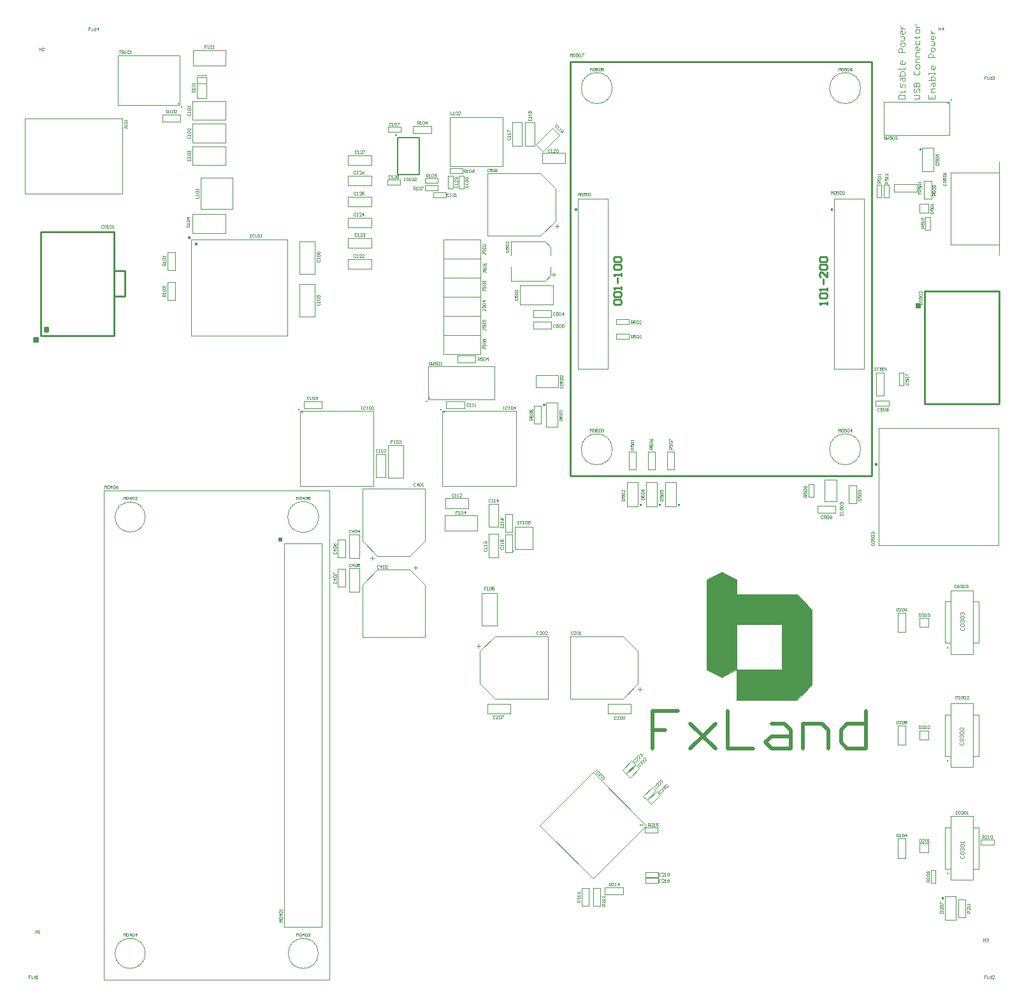
<source format=gbr>
%TF.GenerationSoftware,Altium Limited,Altium Designer,22.2.1 (43)*%
G04 Layer_Color=65535*
%FSLAX26Y26*%
%MOIN*%
%TF.SameCoordinates,92DA24ED-A250-4A13-B4DD-B7D196A9CFE6*%
%TF.FilePolarity,Positive*%
%TF.FileFunction,Legend,Top*%
%TF.Part,Single*%
G01*
G75*
%TA.AperFunction,NonConductor*%
%ADD97C,0.003937*%
%ADD98C,0.001000*%
%ADD99C,0.001968*%
%ADD100C,0.020000*%
%ADD101C,0.003000*%
%ADD103R,0.007874X0.007874*%
%ADD131C,0.000984*%
%ADD132C,0.002500*%
%ADD133C,0.007874*%
%ADD134C,0.009842*%
%ADD135C,0.010000*%
%ADD136R,0.009843X0.009843*%
%ADD137R,0.002953X0.002953*%
%ADD138R,0.011811X0.011811*%
%ADD139P,0.011136X4X270.0*%
%ADD140R,0.007874X0.007874*%
%ADD141R,0.031496X0.031496*%
%ADD142R,0.015748X0.015748*%
%ADD143R,0.023622X0.023622*%
G36*
X4728346Y3177165D02*
Y3098425D01*
X5043307D01*
X5122047Y3019685D01*
Y2625984D01*
X5043307Y2547244D01*
X4728346D01*
Y2704724D01*
X4964567D01*
Y2940945D01*
X4728346D01*
Y2704724D01*
X4649606Y2665354D01*
X4570866Y2704724D01*
Y2940945D01*
Y3177165D01*
X4649606Y3216535D01*
X4728346Y3177165D01*
D02*
G37*
D97*
X5376439Y3858268D02*
G03*
X5376439Y3858268I-81163J0D01*
G01*
X4077227D02*
G03*
X4077227Y3858268I-81163J0D01*
G01*
Y5748032D02*
G03*
X4077227Y5748032I-81163J0D01*
G01*
X5376439D02*
G03*
X5376439Y5748032I-81163J0D01*
G01*
X1633858Y3503937D02*
G03*
X1633858Y3503937I-78740J0D01*
G01*
Y1220472D02*
G03*
X1633858Y1220472I-78740J0D01*
G01*
X2539370D02*
G03*
X2539370Y1220472I-78740J0D01*
G01*
X2541793Y3503937D02*
G03*
X2541793Y3503937I-81163J0D01*
G01*
X3228346Y5340551D02*
X3503937D01*
X3228346Y5596457D02*
X3503937D01*
Y5340551D02*
Y5596457D01*
X3228346Y5340551D02*
Y5596457D01*
X5670236Y5206378D02*
Y5246378D01*
X5550236D02*
X5670236D01*
X5550236Y5206378D02*
Y5246378D01*
Y5206378D02*
X5670236D01*
X1905512Y5770669D02*
X1952756D01*
X1905512Y5813976D02*
X1952756D01*
X1874016Y4452756D02*
X2377953D01*
X1874016Y4956693D02*
X2377953D01*
Y4452756D02*
Y4956693D01*
X1874016Y4452756D02*
Y4956693D01*
X1003937Y5196850D02*
X1515748D01*
X1003937Y5590551D02*
X1515748D01*
Y5196850D02*
Y5590551D01*
X1003937Y5196850D02*
Y5590551D01*
X5698819Y5312016D02*
Y5436016D01*
Y5312016D02*
X5757874D01*
X5699803Y5436016D02*
X5757874D01*
Y5312016D02*
Y5436016D01*
X5689961Y5424213D02*
Y5432087D01*
X5683071D02*
X5689961D01*
X5683071Y5424213D02*
Y5432087D01*
Y5424213D02*
X5689961D01*
X5683071Y5431102D02*
X5689961Y5424213D01*
X5683071Y5431102D02*
Y5432087D01*
X5687992Y5427165D01*
X5684055Y5426181D02*
X5688976Y5431102D01*
X3395669Y3106653D02*
X3474410D01*
Y2936653D02*
Y3106653D01*
X3395669Y2936653D02*
X3474410D01*
X3395669D02*
Y3106653D01*
X3700787Y4974409D02*
X3779528Y5053150D01*
Y5110236D01*
X3425197Y4974409D02*
Y5301181D01*
Y4974409D02*
X3700787D01*
X3779528Y5110236D02*
Y5165354D01*
X3700787Y5301181D02*
X3779528Y5222441D01*
Y5165354D02*
Y5222441D01*
X3789291Y5014488D02*
Y5034488D01*
X3779291Y5024488D02*
X3799291D01*
X3425197Y4974409D02*
Y5301181D01*
X3700787D01*
X3779528Y5110236D02*
Y5165354D01*
X3761575Y4772520D02*
X3781575D01*
X3771575Y4762520D02*
Y4782520D01*
X3755905Y4767850D02*
Y4812520D01*
X3726244Y4738189D02*
X3755905Y4767850D01*
X3547244Y4738189D02*
X3726244D01*
X3547244D02*
Y4812520D01*
X3755905Y4872520D02*
Y4917189D01*
X3726244Y4946850D02*
X3755905Y4917189D01*
X3547244Y4946850D02*
X3726244D01*
X3547244Y4872520D02*
Y4946850D01*
X5236220Y4279528D02*
X5393701D01*
X5236220D02*
Y5169291D01*
X5393701D01*
X5393701Y4279528D01*
X5220472Y5110236D02*
X5228346D01*
Y5118110D01*
X5220472D02*
X5228346D01*
X5220472Y5110236D02*
Y5118110D01*
Y5110236D02*
X5220472D01*
X5228346Y5118110D01*
Y5110236D02*
Y5118110D01*
X5228346Y5110236D02*
X5228346D01*
X5220472Y5118110D02*
X5228346Y5110236D01*
X3897638Y4279528D02*
X4055118D01*
X3897638D02*
Y5169291D01*
X4055118D01*
X4055118Y4279528D01*
X3881890Y5110236D02*
X3889764D01*
Y5118110D01*
X3881890D02*
X3889764D01*
X3881890Y5110236D02*
Y5118110D01*
Y5110236D02*
X3881890D01*
X3889764Y5118110D01*
Y5110236D02*
Y5118110D01*
X3889764Y5110236D02*
X3889764D01*
X3881890Y5118110D02*
X3889764Y5110236D01*
X2519685Y4777205D02*
Y4947205D01*
X2440945D02*
X2519685D01*
X2440945Y4777205D02*
Y4947205D01*
Y4777205D02*
X2519685D01*
X6098425Y3354331D02*
Y3968504D01*
X5472441Y3354331D02*
Y3968504D01*
X6098425D01*
X5472441Y3354331D02*
X6098425D01*
X3193504Y4456299D02*
X3386811D01*
X3193504Y4356299D02*
Y4456299D01*
Y4356299D02*
X3386811D01*
Y4456299D01*
X4133858Y2553150D02*
X4212599Y2631890D01*
Y2688976D01*
X3858268Y2553150D02*
Y2879921D01*
Y2553150D02*
X4133858D01*
X4212599Y2688976D02*
Y2744095D01*
X4133858Y2879921D02*
X4212599Y2801181D01*
Y2744095D02*
Y2801181D01*
X4222362Y2593228D02*
Y2613228D01*
X4212362Y2603228D02*
X4232362D01*
X3858268Y2553150D02*
Y2879921D01*
X4133858D01*
X4212599Y2688976D02*
Y2744095D01*
X3385827Y2801181D02*
X3464567Y2879921D01*
X3385827Y2744095D02*
Y2801181D01*
X3740157Y2553150D02*
Y2879921D01*
X3464567D02*
X3740157D01*
X3385827Y2688976D02*
Y2744095D01*
Y2631890D02*
X3464567Y2553150D01*
X3385827Y2631890D02*
Y2688976D01*
X3376063Y2819843D02*
Y2839843D01*
X3366063Y2829843D02*
X3386063D01*
X3740157Y2553150D02*
Y2879921D01*
X3464567Y2553150D02*
X3740157D01*
X3385827Y2688976D02*
Y2744095D01*
X2770276Y3377756D02*
X2849016Y3299016D01*
X2906102D01*
X2770276Y3653347D02*
X3097047D01*
X2770276Y3377756D02*
Y3653347D01*
X2906102Y3299016D02*
X2961220D01*
X3018307D02*
X3097047Y3377756D01*
X2961220Y3299016D02*
X3018307D01*
X2810354Y3289252D02*
X2830354D01*
X2820354Y3279252D02*
Y3299252D01*
X2770276Y3653347D02*
X3097047D01*
Y3377756D02*
Y3653347D01*
X2906102Y3299016D02*
X2961220D01*
X3018307Y3228347D02*
X3097047Y3149606D01*
X2961220Y3228347D02*
X3018307D01*
X2770276Y2874016D02*
X3097047D01*
Y3149606D01*
X2906102Y3228347D02*
X2961220D01*
X2770276Y3149606D02*
X2849016Y3228347D01*
X2906102D01*
X3036968Y3238110D02*
X3056968D01*
X3046968Y3228110D02*
Y3248110D01*
X2770276Y2874016D02*
X3097047D01*
X2770276D02*
Y3149606D01*
X2906102Y3228347D02*
X2961220D01*
X4212008Y3560047D02*
Y3684047D01*
X4152953D02*
X4212008D01*
X4152953Y3560047D02*
X4211024D01*
X4152953D02*
Y3684047D01*
X4220866Y3563976D02*
Y3571850D01*
Y3563976D02*
X4227756D01*
Y3571850D01*
X4220866D02*
X4227756D01*
X4220866D02*
X4227756Y3564961D01*
Y3563976D02*
Y3564961D01*
X4222834Y3568898D02*
X4227756Y3563976D01*
X4221850Y3564961D02*
X4226771Y3569882D01*
X3731693Y3976780D02*
Y4100779D01*
Y3976780D02*
X3790748D01*
X3732677Y4100779D02*
X3790748D01*
Y3976780D02*
Y4100779D01*
X3722835Y4088976D02*
Y4096850D01*
X3715945D02*
X3722835D01*
X3715945Y4088976D02*
Y4096850D01*
Y4088976D02*
X3722835D01*
X3715945Y4095866D02*
X3722835Y4088976D01*
X3715945Y4095866D02*
Y4096850D01*
X3720866Y4091929D01*
X3716929Y4090945D02*
X3721850Y4095866D01*
X4312008Y3560047D02*
Y3684047D01*
X4252953D02*
X4312008D01*
X4252953Y3560047D02*
X4311024D01*
X4252953D02*
Y3684047D01*
X4320866Y3563976D02*
Y3571850D01*
Y3563976D02*
X4327756D01*
Y3571850D01*
X4320866D02*
X4327756D01*
X4320866D02*
X4327756Y3564961D01*
Y3563976D02*
Y3564961D01*
X4322834Y3568898D02*
X4327756Y3563976D01*
X4321850Y3564961D02*
X4326771Y3569882D01*
X4412008Y3560047D02*
Y3684047D01*
X4352953D02*
X4412008D01*
X4352953Y3560047D02*
X4411024D01*
X4352953D02*
Y3684047D01*
X4420866Y3563976D02*
Y3571850D01*
Y3563976D02*
X4427756D01*
Y3571850D01*
X4420866D02*
X4427756D01*
X4420866D02*
X4427756Y3564961D01*
Y3563976D02*
Y3564961D01*
X4422834Y3568898D02*
X4427756Y3563976D01*
X4421850Y3564961D02*
X4426771Y3569882D01*
X5458740Y4260000D02*
X5498740D01*
X5458740Y4140000D02*
Y4260000D01*
Y4140000D02*
X5498740D01*
Y4260000D01*
X3193504Y4856299D02*
X3386811D01*
X3193504Y4756299D02*
Y4856299D01*
Y4756299D02*
X3386811D01*
Y4856299D01*
X3193110D02*
X3386417D01*
Y4956299D01*
X3193110D02*
X3386417D01*
X3193110Y4856299D02*
Y4956299D01*
X3193504Y4756299D02*
X3386811D01*
X3193504Y4656299D02*
Y4756299D01*
Y4656299D02*
X3386811D01*
Y4756299D01*
X3193504Y4656299D02*
X3386811D01*
X3193504Y4556299D02*
Y4656299D01*
Y4556299D02*
X3386811D01*
Y4656299D01*
X3193504Y4556299D02*
X3386811D01*
X3193504Y4456299D02*
Y4556299D01*
Y4456299D02*
X3386811D01*
Y4556299D01*
X1883504Y5866142D02*
Y5944882D01*
X2053504D01*
Y5866142D02*
Y5944882D01*
X1883504Y5866142D02*
X2053504D01*
X2905512Y3710276D02*
X2984252D01*
X2905512D02*
Y3880276D01*
X2984252D01*
Y3710276D02*
Y3880276D01*
X3202402Y3433071D02*
Y3511811D01*
X3372402D01*
Y3433071D02*
Y3511811D01*
X3202402Y3433071D02*
X3372402D01*
X2440945Y4552795D02*
Y4722795D01*
Y4552795D02*
X2519685D01*
Y4722795D01*
X2440945D02*
X2519685D01*
X5816929Y1394693D02*
Y1518693D01*
Y1394693D02*
X5875984D01*
X5817913Y1518693D02*
X5875984D01*
Y1394693D02*
Y1518693D01*
X5808071Y1506890D02*
Y1514764D01*
X5801181D02*
X5808071D01*
X5801181Y1506890D02*
Y1514764D01*
Y1506890D02*
X5808071D01*
X5801181Y1513780D02*
X5808071Y1506890D01*
X5801181Y1513780D02*
Y1514764D01*
X5806102Y1509842D01*
X5802165Y1508858D02*
X5807087Y1513780D01*
X4728346Y2704724D02*
X4964567D01*
X4728346Y2940945D02*
X4964567D01*
Y2704724D02*
Y2940945D01*
X4728346Y2704724D02*
Y2940945D01*
X4649606Y3216535D02*
X4728346Y3177165D01*
X4570866D02*
X4649606Y3216535D01*
Y2665354D02*
X4728346Y2704724D01*
X4570866D02*
X4649606Y2665354D01*
X4728346Y3098425D02*
Y3177165D01*
Y2940945D02*
Y2940945D01*
X5122047Y2625984D02*
Y3019685D01*
X4570866Y2704724D02*
Y3177165D01*
X4728346Y2547244D02*
Y2704724D01*
Y2547244D02*
X5043307D01*
X5043307D01*
X5122047Y2625984D01*
X4728346Y3098425D02*
X5043307D01*
X5043307D01*
X5122047Y3019685D01*
X4055118Y4279528D02*
Y5169291D01*
X3897638Y4279528D02*
Y5169291D01*
X4055118D01*
X3897638Y4279528D02*
X4055118D01*
X5236220Y4279528D02*
X5393701D01*
X5236220D02*
Y5169291D01*
X5393701D01*
X5393701Y4279528D01*
X5220472Y5110236D02*
X5228346D01*
Y5118110D01*
X5220472D02*
X5228346D01*
X5220472Y5110236D02*
Y5118110D01*
Y5110236D02*
X5220472D01*
X5228346Y5118110D01*
Y5110236D02*
Y5118110D01*
X5228346Y5110236D02*
X5228346D01*
X5220472Y5118110D02*
X5228346Y5110236D01*
X3881890Y5118110D02*
X3889764Y5110236D01*
X3889764D01*
Y5118110D01*
X3881890Y5110236D02*
X3889764Y5118110D01*
X3881890Y5110236D02*
X3881890D01*
X3881890D02*
Y5118110D01*
X3889764D01*
Y5110236D02*
Y5118110D01*
X3881890Y5110236D02*
X3889764D01*
X4055118Y5169291D02*
X4055118Y4279528D01*
X3897638Y5169291D02*
X4055118D01*
X3897638Y4279528D02*
Y5169291D01*
Y4279528D02*
X4055118D01*
X5236220Y4279528D02*
X5393701D01*
X5236220Y5169291D02*
X5393701D01*
X5236220Y4279528D02*
Y5169291D01*
X5393701Y4279528D02*
Y5169291D01*
X2362205Y1358268D02*
Y3366142D01*
X2559055Y1358268D02*
Y3366142D01*
X2362205Y1358268D02*
X2559055D01*
X2362205Y3366142D02*
X2559055D01*
X1417323Y3641732D02*
X2598425D01*
X1417323Y1082677D02*
X2598425D01*
Y3641732D01*
X1417323Y1082677D02*
Y3641732D01*
X5653553Y5692914D02*
X5679792D01*
X5685039Y5698161D01*
Y5708657D01*
X5679792Y5713904D01*
X5653553D01*
X5658801Y5745390D02*
X5653553Y5740142D01*
Y5729647D01*
X5658801Y5724400D01*
X5664049D01*
X5669296Y5729647D01*
Y5740142D01*
X5674544Y5745390D01*
X5679792D01*
X5685039Y5740142D01*
Y5729647D01*
X5679792Y5724400D01*
X5653553Y5755885D02*
X5685039D01*
Y5771628D01*
X5679792Y5776876D01*
X5674544D01*
X5669296Y5771628D01*
Y5755885D01*
Y5771628D01*
X5664049Y5776876D01*
X5658801D01*
X5653553Y5771628D01*
Y5755885D01*
X5658801Y5839848D02*
X5653553Y5834600D01*
Y5824105D01*
X5658801Y5818857D01*
X5679792D01*
X5685039Y5824105D01*
Y5834600D01*
X5679792Y5839848D01*
X5685039Y5855591D02*
Y5866086D01*
X5679792Y5871334D01*
X5669296D01*
X5664049Y5866086D01*
Y5855591D01*
X5669296Y5850343D01*
X5679792D01*
X5685039Y5855591D01*
Y5881829D02*
X5664049D01*
Y5897572D01*
X5669296Y5902820D01*
X5685039D01*
Y5913315D02*
X5664049D01*
Y5929058D01*
X5669296Y5934306D01*
X5685039D01*
Y5960544D02*
Y5950048D01*
X5679792Y5944801D01*
X5669296D01*
X5664049Y5950048D01*
Y5960544D01*
X5669296Y5965791D01*
X5674544D01*
Y5944801D01*
X5664049Y5997277D02*
Y5981534D01*
X5669296Y5976287D01*
X5679792D01*
X5685039Y5981534D01*
Y5997277D01*
X5658801Y6013020D02*
X5664049D01*
Y6007773D01*
Y6018268D01*
Y6013020D01*
X5679792D01*
X5685039Y6018268D01*
Y6039259D02*
Y6049754D01*
X5679792Y6055002D01*
X5669296D01*
X5664049Y6049754D01*
Y6039259D01*
X5669296Y6034011D01*
X5679792D01*
X5685039Y6039259D01*
X5664049Y6065497D02*
X5685039D01*
X5674544D01*
X5669296Y6070744D01*
X5664049Y6075992D01*
Y6081240D01*
X5732293Y5713904D02*
Y5692913D01*
X5763779D01*
Y5713904D01*
X5748036Y5692913D02*
Y5703409D01*
X5763779Y5724399D02*
X5742789D01*
Y5740142D01*
X5748036Y5745390D01*
X5763779D01*
X5742789Y5761133D02*
Y5771628D01*
X5748036Y5776876D01*
X5763779D01*
Y5761133D01*
X5758532Y5755885D01*
X5753284Y5761133D01*
Y5776876D01*
X5732293Y5787371D02*
X5763779D01*
Y5803114D01*
X5758532Y5808362D01*
X5753284D01*
X5748036D01*
X5742789Y5803114D01*
Y5787371D01*
X5763779Y5818857D02*
Y5829352D01*
Y5824105D01*
X5732293D01*
Y5818857D01*
X5763779Y5860838D02*
Y5850343D01*
X5758532Y5845095D01*
X5748036D01*
X5742789Y5850343D01*
Y5860838D01*
X5748036Y5866086D01*
X5753284D01*
Y5845095D01*
X5763779Y5908067D02*
X5732293D01*
Y5923810D01*
X5737541Y5929058D01*
X5748036D01*
X5753284Y5923810D01*
Y5908067D01*
X5763779Y5944801D02*
Y5955296D01*
X5758532Y5960544D01*
X5748036D01*
X5742789Y5955296D01*
Y5944801D01*
X5748036Y5939553D01*
X5758532D01*
X5763779Y5944801D01*
X5742789Y5971039D02*
X5758532D01*
X5763779Y5976287D01*
X5758532Y5981534D01*
X5763779Y5986782D01*
X5758532Y5992030D01*
X5742789D01*
X5763779Y6018268D02*
Y6007773D01*
X5758532Y6002525D01*
X5748036D01*
X5742789Y6007773D01*
Y6018268D01*
X5748036Y6023516D01*
X5753284D01*
Y6002525D01*
X5742789Y6034011D02*
X5763779D01*
X5753284D01*
X5748036Y6039258D01*
X5742789Y6044506D01*
Y6049754D01*
X5574813Y5692913D02*
X5606299D01*
Y5708657D01*
X5601051Y5713904D01*
X5580061D01*
X5574813Y5708657D01*
Y5692913D01*
X5606299Y5724399D02*
Y5734895D01*
Y5729647D01*
X5585309D01*
Y5724399D01*
X5606299Y5750638D02*
Y5766381D01*
X5601051Y5771628D01*
X5595804Y5766381D01*
Y5755885D01*
X5590556Y5750638D01*
X5585309Y5755885D01*
Y5771628D01*
Y5787371D02*
Y5797867D01*
X5590556Y5803114D01*
X5606299D01*
Y5787371D01*
X5601051Y5782124D01*
X5595804Y5787371D01*
Y5803114D01*
X5574813Y5813609D02*
X5606299D01*
Y5829352D01*
X5601051Y5834600D01*
X5595804D01*
X5590556D01*
X5585309Y5829352D01*
Y5813609D01*
X5606299Y5845095D02*
Y5855591D01*
Y5850343D01*
X5574813D01*
Y5845095D01*
X5606299Y5887077D02*
Y5876581D01*
X5601051Y5871334D01*
X5590556D01*
X5585309Y5876581D01*
Y5887077D01*
X5590556Y5892324D01*
X5595804D01*
Y5871334D01*
X5606299Y5934306D02*
X5574813D01*
Y5950048D01*
X5580061Y5955296D01*
X5590556D01*
X5595804Y5950048D01*
Y5934306D01*
X5606299Y5971039D02*
Y5981534D01*
X5601051Y5986782D01*
X5590556D01*
X5585309Y5981534D01*
Y5971039D01*
X5590556Y5965791D01*
X5601051D01*
X5606299Y5971039D01*
X5585309Y5997277D02*
X5601051D01*
X5606299Y6002525D01*
X5601051Y6007773D01*
X5606299Y6013020D01*
X5601051Y6018268D01*
X5585309D01*
X5606299Y6044506D02*
Y6034011D01*
X5601051Y6028763D01*
X5590556D01*
X5585309Y6034011D01*
Y6044506D01*
X5590556Y6049754D01*
X5595804D01*
Y6028763D01*
X5585309Y6060249D02*
X5606299D01*
X5595804D01*
X5590556Y6065497D01*
X5585309Y6070744D01*
Y6075992D01*
D98*
X4246063Y1853142D02*
X4312992D01*
X4246063D02*
Y1879142D01*
X4312992D01*
Y1853142D02*
Y1879142D01*
X5315646Y3574803D02*
X5353646D01*
Y3669291D01*
X5315646D02*
X5353646D01*
X5315646Y3574803D02*
Y3669291D01*
X4148915Y2162026D02*
X4196241Y2209353D01*
X4130530Y2180411D02*
X4148915Y2162026D01*
X4130530Y2180411D02*
X4177856Y2227737D01*
X4196241Y2209353D01*
X2642417Y3291338D02*
X2680417D01*
Y3385827D01*
X2642417D02*
X2680417D01*
X2642417Y3291338D02*
Y3385827D01*
Y3232284D02*
X2680417D01*
X2642417Y3137795D02*
Y3232284D01*
Y3137795D02*
X2680417D01*
Y3232284D01*
X3757874Y4547929D02*
Y4585929D01*
X3663386D02*
X3757874D01*
X3663386Y4547929D02*
Y4585929D01*
Y4547929D02*
X3757874D01*
Y4488874D02*
Y4526874D01*
X3663386D02*
X3757874D01*
X3663386Y4488874D02*
Y4526874D01*
Y4488874D02*
X3757874D01*
X5455905Y4087000D02*
X5522835D01*
X5455905D02*
Y4113000D01*
X5522835D01*
Y4087000D02*
Y4113000D01*
X5602370Y4191535D02*
Y4258465D01*
X5576370Y4191535D02*
X5602370D01*
X5576370D02*
Y4258465D01*
X5602370D01*
X4163480Y3751968D02*
X4201480D01*
Y3846457D01*
X4163480D02*
X4201480D01*
X4163480Y3751968D02*
Y3846457D01*
X4099016Y4512000D02*
X4165945D01*
X4099016D02*
Y4538000D01*
X4165945D01*
Y4512000D02*
Y4538000D01*
X4099016Y4437000D02*
X4165945D01*
X4099016D02*
Y4463000D01*
X4165945D01*
Y4437000D02*
Y4463000D01*
X3267716Y4311709D02*
Y4349709D01*
Y4311709D02*
X3362205D01*
Y4349709D01*
X3267716D02*
X3362205D01*
X3667220Y4086024D02*
X3705220D01*
X3667220Y3991535D02*
Y4086024D01*
Y3991535D02*
X3705220D01*
Y4086024D01*
X4263480Y3846457D02*
X4301480D01*
X4263480Y3751968D02*
Y3846457D01*
Y3751968D02*
X4301480D01*
Y3846457D01*
X4363480D02*
X4401480D01*
X4363480Y3751968D02*
Y3846457D01*
Y3751968D02*
X4401480D01*
Y3846457D01*
X2903543Y5518496D02*
X2970472D01*
X2903543D02*
Y5544496D01*
X2970472D01*
Y5518496D02*
Y5544496D01*
X2464567Y4071551D02*
Y4109551D01*
Y4071551D02*
X2559055D01*
Y4109551D01*
X2464567D02*
X2559055D01*
X3208661Y4071551D02*
Y4109551D01*
Y4071551D02*
X3303150D01*
Y4109551D01*
X3208661D02*
X3303150D01*
X3516433Y3412402D02*
X3554433D01*
X3516433Y3317913D02*
Y3412402D01*
Y3317913D02*
X3554433D01*
Y3412402D01*
X3516433Y3425197D02*
X3554433D01*
Y3519685D01*
X3516433D02*
X3554433D01*
X3516433Y3425197D02*
Y3519685D01*
X1724409Y5571551D02*
Y5609551D01*
Y5571551D02*
X1818898D01*
Y5609551D01*
X1724409D02*
X1818898D01*
X1752653Y4795276D02*
X1790653D01*
Y4889764D01*
X1752653D02*
X1790653D01*
X1752653Y4795276D02*
Y4889764D01*
Y4637795D02*
X1790653D01*
Y4732283D01*
X1752653D02*
X1790653D01*
X1752653Y4637795D02*
Y4732283D01*
X5149606Y3524307D02*
Y3562307D01*
Y3524307D02*
X5244095D01*
Y3562307D01*
X5149606D02*
X5244095D01*
X5105110Y3608268D02*
Y3675197D01*
X5131110D01*
Y3608268D02*
Y3675197D01*
X5105110Y3608268D02*
X5131110D01*
X5768905Y1588583D02*
Y1655512D01*
X5742905Y1588583D02*
X5768905D01*
X5742905D02*
Y1655512D01*
X5768905D01*
X6005905Y1816150D02*
X6072835D01*
Y1790150D02*
Y1816150D01*
X6005905Y1790150D02*
X6072835D01*
X6005905D02*
Y1816150D01*
X5886512Y1503937D02*
X5924512D01*
X5886512Y1409449D02*
Y1503937D01*
Y1409449D02*
X5924512D01*
Y1503937D01*
X5709346Y5169291D02*
X5747346D01*
Y5263779D01*
X5709346D02*
X5747346D01*
X5709346Y5169291D02*
Y5263779D01*
X5715346Y5005905D02*
Y5072835D01*
X5741346D01*
Y5005905D02*
Y5072835D01*
X5715346Y5005905D02*
X5741346D01*
X3139764Y5175976D02*
X3206693D01*
X3139764D02*
Y5201976D01*
X3206693D01*
Y5175976D02*
Y5201976D01*
X2899606Y5268905D02*
X2966535D01*
Y5242905D02*
Y5268905D01*
X2899606Y5242905D02*
X2966535D01*
X2899606D02*
Y5268905D01*
X3245284Y5222441D02*
Y5289370D01*
X3219284Y5222441D02*
X3245284D01*
X3219284D02*
Y5289370D01*
X3245284D01*
X3300402Y5222441D02*
Y5289370D01*
X3274402Y5222441D02*
X3300402D01*
X3274402D02*
Y5289370D01*
X3300402D01*
X3035433Y5512496D02*
Y5550496D01*
Y5512496D02*
X3129921D01*
Y5550496D01*
X3035433D02*
X3129921D01*
X3096457Y5276779D02*
X3163386D01*
Y5250779D02*
Y5276779D01*
X3096457Y5250779D02*
X3163386D01*
X3096457D02*
Y5276779D01*
X3226378Y5301961D02*
X3293307D01*
X3226378D02*
Y5327961D01*
X3293307D01*
Y5301961D02*
Y5327961D01*
X3096457Y5211409D02*
X3163386D01*
X3096457D02*
Y5237409D01*
X3163386D01*
Y5211409D02*
Y5237409D01*
X5459441Y5175197D02*
Y5242126D01*
X5485441D01*
Y5175197D02*
Y5242126D01*
X5459441Y5175197D02*
X5485441D01*
X5524811D02*
Y5242126D01*
X5498811Y5175197D02*
X5524811D01*
X5498811D02*
Y5242126D01*
X5524811D01*
X3977063Y1562992D02*
X4015063D01*
X3977063Y1468504D02*
Y1562992D01*
Y1468504D02*
X4015063D01*
Y1562992D01*
X3918008Y1468504D02*
X3956008D01*
Y1562992D01*
X3918008D02*
X3956008D01*
X3918008Y1468504D02*
Y1562992D01*
X4039370Y1528244D02*
Y1566244D01*
Y1528244D02*
X4133858D01*
Y1566244D01*
X4039370D02*
X4133858D01*
X4250000Y1588378D02*
X4316929D01*
X4250000D02*
Y1614378D01*
X4316929D01*
Y1588378D02*
Y1614378D01*
X4250000Y1619874D02*
X4316929D01*
X4250000D02*
Y1645874D01*
X4316929D01*
Y1619874D02*
Y1645874D01*
X4280805Y2002578D02*
X4328131Y2049904D01*
X4262420Y2020962D02*
X4280805Y2002578D01*
X4262420Y2020962D02*
X4309746Y2068289D01*
X4328131Y2049904D01*
X4257183Y2024231D02*
X4304509Y2071557D01*
X4238798Y2042616D02*
X4257183Y2024231D01*
X4238798Y2042616D02*
X4286124Y2089942D01*
X4304509Y2071557D01*
X4170569Y2140373D02*
X4217895Y2187699D01*
X4152184Y2158758D02*
X4170569Y2140373D01*
X4152184Y2158758D02*
X4199510Y2206084D01*
X4217895Y2187699D01*
X5900924Y2926505D02*
X5897644Y2923225D01*
Y2916666D01*
X5900924Y2913386D01*
X5914043D01*
X5917323Y2916666D01*
Y2923225D01*
X5914043Y2926505D01*
X5897644Y2942904D02*
Y2936344D01*
X5900924Y2933064D01*
X5914043D01*
X5917323Y2936344D01*
Y2942904D01*
X5914043Y2946184D01*
X5900924D01*
X5897644Y2942904D01*
X5900924Y2952743D02*
X5897644Y2956023D01*
Y2962582D01*
X5900924Y2965862D01*
X5904204D01*
X5907484Y2962582D01*
Y2959302D01*
Y2962582D01*
X5910763Y2965862D01*
X5914043D01*
X5917323Y2962582D01*
Y2956023D01*
X5914043Y2952743D01*
X5900924Y2972422D02*
X5897644Y2975701D01*
Y2982261D01*
X5900924Y2985541D01*
X5914043D01*
X5917323Y2982261D01*
Y2975701D01*
X5914043Y2972422D01*
X5900924D01*
Y2992100D02*
X5897644Y2995380D01*
Y3001939D01*
X5900924Y3005219D01*
X5904204D01*
X5907484Y3001939D01*
Y2998660D01*
Y3001939D01*
X5910763Y3005219D01*
X5914043D01*
X5917323Y3001939D01*
Y2995380D01*
X5914043Y2992100D01*
X5900924Y1733591D02*
X5897644Y1730312D01*
Y1723752D01*
X5900924Y1720472D01*
X5914043D01*
X5917323Y1723752D01*
Y1730312D01*
X5914043Y1733591D01*
X5897644Y1749990D02*
Y1743431D01*
X5900924Y1740151D01*
X5914043D01*
X5917323Y1743431D01*
Y1749990D01*
X5914043Y1753270D01*
X5900924D01*
X5897644Y1749990D01*
X5900924Y1759830D02*
X5897644Y1763109D01*
Y1769669D01*
X5900924Y1772949D01*
X5904204D01*
X5907484Y1769669D01*
Y1766389D01*
Y1769669D01*
X5910763Y1772949D01*
X5914043D01*
X5917323Y1769669D01*
Y1763109D01*
X5914043Y1759830D01*
X5900924Y1779508D02*
X5897644Y1782788D01*
Y1789348D01*
X5900924Y1792627D01*
X5914043D01*
X5917323Y1789348D01*
Y1782788D01*
X5914043Y1779508D01*
X5900924D01*
X5917323Y1799187D02*
Y1805746D01*
Y1802467D01*
X5897644D01*
X5900924Y1799187D01*
X5896987Y2324143D02*
X5893707Y2320863D01*
Y2314303D01*
X5896987Y2311024D01*
X5910106D01*
X5913386Y2314303D01*
Y2320863D01*
X5910106Y2324143D01*
X5893707Y2340541D02*
Y2333982D01*
X5896987Y2330702D01*
X5910106D01*
X5913386Y2333982D01*
Y2340541D01*
X5910106Y2343821D01*
X5896987D01*
X5893707Y2340541D01*
X5896987Y2350381D02*
X5893707Y2353661D01*
Y2360220D01*
X5896987Y2363500D01*
X5900267D01*
X5903547Y2360220D01*
Y2356940D01*
Y2360220D01*
X5906826Y2363500D01*
X5910106D01*
X5913386Y2360220D01*
Y2353661D01*
X5910106Y2350381D01*
X5896987Y2370059D02*
X5893707Y2373339D01*
Y2379899D01*
X5896987Y2383178D01*
X5910106D01*
X5913386Y2379899D01*
Y2373339D01*
X5910106Y2370059D01*
X5896987D01*
X5913386Y2402857D02*
Y2389738D01*
X5900267Y2402857D01*
X5896987D01*
X5893707Y2399577D01*
Y2393018D01*
X5896987Y2389738D01*
D99*
X3566929Y3334645D02*
Y3452756D01*
X3661418Y3334645D02*
Y3452756D01*
X3566929Y3334645D02*
X3661418D01*
X3566929Y3452756D02*
X3661418D01*
X5251969Y3584646D02*
Y3698821D01*
X5188974Y3584646D02*
Y3698821D01*
X5251969D01*
X5188974Y3584646D02*
X5251969D01*
X1814961Y5657480D02*
Y5917324D01*
X1492125Y5657480D02*
Y5917324D01*
X1814961D01*
X1492125Y5657480D02*
X1814961D01*
X1952756Y5695866D02*
Y5806103D01*
X1905510Y5695866D02*
Y5806103D01*
X1952756D01*
X1905510Y5695866D02*
X1952756D01*
X1925197Y5114173D02*
Y5279528D01*
X2090552Y5114173D02*
Y5279528D01*
X1925197Y5114173D02*
X2090552D01*
X1925197Y5279528D02*
X2090552D01*
X3187008Y3665345D02*
Y4059055D01*
X3572836Y3665345D02*
Y4059055D01*
X3187008Y3665345D02*
X3572836D01*
X3187008Y4059055D02*
X3572836D01*
X2694882Y5396065D02*
X2816929D01*
X2694882Y5344065D02*
Y5396065D01*
X2816929Y5344065D02*
Y5396065D01*
X2694882Y5344065D02*
X2816929D01*
X4053150Y2526000D02*
X4175197D01*
X4053150Y2474000D02*
Y2526000D01*
X4175197Y2474000D02*
Y2526000D01*
X4053150Y2474000D02*
X4175197D01*
X3423228D02*
X3545276D01*
Y2526000D01*
X3423228Y2474000D02*
Y2526000D01*
X3545276D01*
X2754346Y3289370D02*
Y3411417D01*
X2702346D02*
X2754346D01*
X2702346Y3289370D02*
X2754346D01*
X2702346D02*
Y3411417D01*
X2702347Y3112205D02*
Y3234252D01*
Y3112205D02*
X2754347D01*
X2702347Y3234252D02*
X2754347D01*
Y3112205D02*
Y3234252D01*
X3767717Y4616142D02*
Y4714567D01*
X3594165D02*
X3767717D01*
X3594165Y4616142D02*
Y4714567D01*
Y4616142D02*
X3767717D01*
X3679132Y4245276D02*
X3793307D01*
X3679132Y4182281D02*
X3793307D01*
X3679132D02*
Y4245276D01*
X3793307Y4182281D02*
Y4245276D01*
X2892142Y3710630D02*
Y3832677D01*
X2840142D02*
X2892142D01*
X2840142Y3710630D02*
X2892142D01*
X2840142D02*
Y3832677D01*
X3202756Y3548803D02*
X3324803D01*
Y3600803D01*
X3202756Y3548803D02*
Y3600803D01*
X3324803D01*
X3430693Y3293307D02*
Y3415354D01*
Y3293307D02*
X3482693D01*
X3430693Y3415354D02*
X3482693D01*
Y3293307D02*
Y3415354D01*
Y3450787D02*
Y3572835D01*
X3430693D02*
X3482693D01*
X3430693Y3450787D02*
X3482693D01*
X3430693D02*
Y3572835D01*
X2442913Y3665345D02*
Y4059055D01*
X2828742Y3665345D02*
Y4059055D01*
X2442913Y3665345D02*
X2828742D01*
X2442913Y4059055D02*
X2828742D01*
X2055118Y5580709D02*
Y5679134D01*
X1881567D02*
X2055118D01*
X1881567Y5580709D02*
Y5679134D01*
Y5580709D02*
X2055118D01*
Y5462598D02*
Y5561024D01*
X1881567D02*
X2055118D01*
X1881567Y5462598D02*
Y5561024D01*
Y5462598D02*
X2055118D01*
Y5344488D02*
Y5442913D01*
X1881567D02*
X2055118D01*
X1881567Y5344488D02*
Y5442913D01*
Y5344488D02*
X2055118D01*
Y4990158D02*
Y5088583D01*
X1881567D02*
X2055118D01*
X1881567Y4990158D02*
Y5088583D01*
Y4990158D02*
X2055118D01*
X3604740Y5446850D02*
Y5568898D01*
X3552740D02*
X3604740D01*
X3552740Y5446850D02*
X3604740D01*
X3552740D02*
Y5568898D01*
X3671669Y5446850D02*
Y5568898D01*
X3619669D02*
X3671669D01*
X3619669Y5446850D02*
X3671669D01*
X3619669D02*
Y5568898D01*
X3715392Y5414843D02*
X3801693Y5501143D01*
X3764923Y5537913D02*
X3801693Y5501143D01*
X3678622Y5451613D02*
X3715392Y5414843D01*
X3678622Y5451613D02*
X3764923Y5537913D01*
X3710630Y5355890D02*
X3832677D01*
Y5407890D01*
X3710630Y5355890D02*
Y5407890D01*
X3832677D01*
X2694882Y4852759D02*
X2816929D01*
X2694882Y4800759D02*
Y4852759D01*
X2816929Y4800759D02*
Y4852759D01*
X2694882Y4800759D02*
X2816929D01*
X2694882Y4962995D02*
X2816929D01*
X2694882Y4910995D02*
Y4962995D01*
X2816929Y4910995D02*
Y4962995D01*
X2694882Y4910995D02*
X2816929D01*
X2694882Y5069294D02*
X2816929D01*
X2694882Y5017294D02*
Y5069294D01*
X2816929Y5017294D02*
Y5069294D01*
X2694882Y5017294D02*
X2816929D01*
X2694882Y5179530D02*
X2816929D01*
X2694882Y5127530D02*
Y5179530D01*
X2816929Y5127530D02*
Y5179530D01*
X2694882Y5127530D02*
X2816929D01*
X2694882Y5289766D02*
X2816929D01*
X2694882Y5237766D02*
Y5289766D01*
X2816929Y5237766D02*
Y5289766D01*
X2694882Y5237766D02*
X2816929D01*
D100*
X4420085Y2488157D02*
X4288894D01*
Y2389764D01*
X4354490D01*
X4288894D01*
Y2291370D01*
X4485681Y2422562D02*
X4616872Y2291370D01*
X4551276Y2356966D01*
X4616872Y2422562D01*
X4485681Y2291370D01*
X4682468Y2488157D02*
Y2291370D01*
X4813659D01*
X4912052Y2422562D02*
X4977648D01*
X5010446Y2389764D01*
Y2291370D01*
X4912052D01*
X4879255Y2324168D01*
X4912052Y2356966D01*
X5010446D01*
X5076041Y2291370D02*
Y2422562D01*
X5174435D01*
X5207233Y2389764D01*
Y2291370D01*
X5404019Y2488157D02*
Y2291370D01*
X5305626D01*
X5272828Y2324168D01*
Y2389764D01*
X5305626Y2422562D01*
X5404019D01*
D101*
X4194725Y2234274D02*
X4191191D01*
X4187656Y2230740D01*
Y2227205D01*
X4194725Y2220137D01*
X4198260D01*
X4201794Y2223671D01*
Y2227205D01*
X4214164Y2236041D02*
X4207096Y2228973D01*
Y2243110D01*
X4205328Y2244877D01*
X4201794D01*
X4198260Y2241343D01*
Y2237809D01*
X4224767Y2246645D02*
X4217699Y2239576D01*
Y2253713D01*
X4215931Y2255481D01*
X4212397D01*
X4208863Y2251946D01*
Y2248412D01*
X4219466Y2259015D02*
Y2262549D01*
X4223000Y2266084D01*
X4226535D01*
X4228302Y2264317D01*
Y2260782D01*
X4226535Y2259015D01*
X4228302Y2260782D01*
X4231836D01*
X4233604Y2259015D01*
Y2255481D01*
X4230069Y2251946D01*
X4226535D01*
X4217363Y2212621D02*
X4213828D01*
X4210294Y2209086D01*
Y2205552D01*
X4217363Y2198483D01*
X4220897D01*
X4224432Y2202017D01*
Y2205552D01*
X4236802Y2214388D02*
X4229733Y2207319D01*
Y2221457D01*
X4227966Y2223224D01*
X4224432D01*
X4220897Y2219689D01*
Y2216155D01*
X4247405Y2224991D02*
X4240336Y2217922D01*
Y2232060D01*
X4238569Y2233827D01*
X4235035D01*
X4231500Y2230293D01*
Y2226758D01*
X4258008Y2235594D02*
X4250940Y2228526D01*
Y2242663D01*
X4249172Y2244430D01*
X4245638D01*
X4242104Y2240896D01*
Y2237361D01*
X4303776Y2100215D02*
X4300241D01*
X4296707Y2096680D01*
Y2093146D01*
X4303776Y2086077D01*
X4307310D01*
X4310845Y2089611D01*
Y2093146D01*
X4323215Y2101982D02*
X4316146Y2094913D01*
Y2109051D01*
X4314379Y2110818D01*
X4310845D01*
X4307310Y2107284D01*
Y2103749D01*
X4333818Y2112585D02*
X4326749Y2105516D01*
Y2119654D01*
X4324982Y2121421D01*
X4321448D01*
X4317913Y2117887D01*
Y2114352D01*
X4337352Y2116119D02*
X4340887Y2119654D01*
X4339120Y2117887D01*
X4328516Y2128490D01*
Y2124956D01*
X4328583Y2072857D02*
X4325049D01*
X4321515Y2069323D01*
Y2065788D01*
X4328583Y2058719D01*
X4332118D01*
X4335652Y2062254D01*
Y2065788D01*
X4348023Y2074624D02*
X4340954Y2067555D01*
Y2081693D01*
X4339186Y2083460D01*
X4335652D01*
X4332118Y2079926D01*
Y2076391D01*
X4358626Y2085227D02*
X4351557Y2078159D01*
Y2092296D01*
X4349790Y2094063D01*
X4346255D01*
X4342721Y2090529D01*
Y2086994D01*
X4353324Y2097598D02*
Y2101132D01*
X4356859Y2104666D01*
X4360393D01*
X4367462Y2097598D01*
Y2094063D01*
X4363927Y2090529D01*
X4360393D01*
X4353324Y2097598D01*
X4331196Y1638857D02*
X4328697Y1641356D01*
X4323699D01*
X4321199Y1638857D01*
Y1628860D01*
X4323699Y1626361D01*
X4328697D01*
X4331196Y1628860D01*
X4346191Y1626361D02*
X4336194D01*
X4346191Y1636357D01*
Y1638857D01*
X4343692Y1641356D01*
X4338694D01*
X4336194Y1638857D01*
X4351190Y1626361D02*
X4356188D01*
X4353689D01*
Y1641356D01*
X4351190Y1638857D01*
X4363686Y1628860D02*
X4366185Y1626361D01*
X4371183D01*
X4373682Y1628860D01*
Y1638857D01*
X4371183Y1641356D01*
X4366185D01*
X4363686Y1638857D01*
Y1636357D01*
X4366185Y1633858D01*
X4373682D01*
X4331196Y1606376D02*
X4328697Y1608876D01*
X4323699D01*
X4321199Y1606376D01*
Y1596380D01*
X4323699Y1593880D01*
X4328697D01*
X4331196Y1596380D01*
X4346191Y1593880D02*
X4336194D01*
X4346191Y1603877D01*
Y1606376D01*
X4343692Y1608876D01*
X4338694D01*
X4336194Y1606376D01*
X4351190Y1593880D02*
X4356188D01*
X4353689D01*
Y1608876D01*
X4351190Y1606376D01*
X4363686D02*
X4366185Y1608876D01*
X4371183D01*
X4373682Y1606376D01*
Y1603877D01*
X4371183Y1601378D01*
X4373682Y1598879D01*
Y1596380D01*
X4371183Y1593880D01*
X4366185D01*
X4363686Y1596380D01*
Y1598879D01*
X4366185Y1601378D01*
X4363686Y1603877D01*
Y1606376D01*
X4366185Y1601378D02*
X4371183D01*
X2350017Y1384833D02*
X2335022D01*
X2340020Y1389832D01*
X2335022Y1394830D01*
X2350017D01*
X2335022Y1407326D02*
Y1402328D01*
X2337521Y1399828D01*
X2347518D01*
X2350017Y1402328D01*
Y1407326D01*
X2347518Y1409825D01*
X2337521D01*
X2335022Y1407326D01*
X2350017Y1422321D02*
X2335022D01*
X2342520Y1414823D01*
Y1424820D01*
X2337521Y1429819D02*
X2335022Y1432318D01*
Y1437316D01*
X2337521Y1439815D01*
X2347518D01*
X2350017Y1437316D01*
Y1432318D01*
X2347518Y1429819D01*
X2337521D01*
X2350017Y1444814D02*
Y1449812D01*
Y1447313D01*
X2335022D01*
X2337521Y1444814D01*
X1421704Y3653920D02*
Y3668915D01*
X1426703Y3663916D01*
X1431701Y3668915D01*
Y3653920D01*
X1444197Y3668915D02*
X1439198D01*
X1436699Y3666416D01*
Y3656419D01*
X1439198Y3653920D01*
X1444197D01*
X1446696Y3656419D01*
Y3666416D01*
X1444197Y3668915D01*
X1459192Y3653920D02*
Y3668915D01*
X1451695Y3661417D01*
X1461691D01*
X1466690Y3666416D02*
X1469189Y3668915D01*
X1474187D01*
X1476687Y3666416D01*
Y3656419D01*
X1474187Y3653920D01*
X1469189D01*
X1466690Y3656419D01*
Y3666416D01*
X1491682Y3668915D02*
X1486683Y3666416D01*
X1481685Y3661417D01*
Y3656419D01*
X1484184Y3653920D01*
X1489182D01*
X1491682Y3656419D01*
Y3658918D01*
X1489182Y3661417D01*
X1481685D01*
X2425641Y3594865D02*
Y3609860D01*
X2430640Y3604861D01*
X2435638Y3609860D01*
Y3594865D01*
X2448134Y3609860D02*
X2443135D01*
X2440636Y3607361D01*
Y3597364D01*
X2443135Y3594865D01*
X2448134D01*
X2450633Y3597364D01*
Y3607361D01*
X2448134Y3609860D01*
X2463129Y3594865D02*
Y3609860D01*
X2455631Y3602362D01*
X2465628D01*
X2470627Y3607361D02*
X2473126Y3609860D01*
X2478124D01*
X2480624Y3607361D01*
Y3597364D01*
X2478124Y3594865D01*
X2473126D01*
X2470627Y3597364D01*
Y3607361D01*
X2495619Y3609860D02*
X2485622D01*
Y3602362D01*
X2490620Y3604861D01*
X2493119D01*
X2495619Y3602362D01*
Y3597364D01*
X2493119Y3594865D01*
X2488121D01*
X2485622Y3597364D01*
X1520129Y1311400D02*
Y1326395D01*
X1525128Y1321397D01*
X1530126Y1326395D01*
Y1311400D01*
X1542622Y1326395D02*
X1537624D01*
X1535124Y1323896D01*
Y1313899D01*
X1537624Y1311400D01*
X1542622D01*
X1545121Y1313899D01*
Y1323896D01*
X1542622Y1326395D01*
X1557617Y1311400D02*
Y1326395D01*
X1550120Y1318898D01*
X1560117D01*
X1565115Y1323896D02*
X1567614Y1326395D01*
X1572612D01*
X1575112Y1323896D01*
Y1313899D01*
X1572612Y1311400D01*
X1567614D01*
X1565115Y1313899D01*
Y1323896D01*
X1587608Y1311400D02*
Y1326395D01*
X1580110Y1318898D01*
X1590107D01*
X2425641Y1311400D02*
Y1326395D01*
X2430640Y1321397D01*
X2435638Y1326395D01*
Y1311400D01*
X2448134Y1326395D02*
X2443135D01*
X2440636Y1323896D01*
Y1313899D01*
X2443135Y1311400D01*
X2448134D01*
X2450633Y1313899D01*
Y1323896D01*
X2448134Y1326395D01*
X2463129Y1311400D02*
Y1326395D01*
X2455631Y1318898D01*
X2465628D01*
X2470627Y1323896D02*
X2473126Y1326395D01*
X2478124D01*
X2480624Y1323896D01*
Y1313899D01*
X2478124Y1311400D01*
X2473126D01*
X2470627Y1313899D01*
Y1323896D01*
X2485622D02*
X2488121Y1326395D01*
X2493119D01*
X2495619Y1323896D01*
Y1321397D01*
X2493119Y1318898D01*
X2490620D01*
X2493119D01*
X2495619Y1316398D01*
Y1313899D01*
X2493119Y1311400D01*
X2488121D01*
X2485622Y1313899D01*
X1520129Y3594865D02*
Y3609860D01*
X1525128Y3604861D01*
X1530126Y3609860D01*
Y3594865D01*
X1542622Y3609860D02*
X1537624D01*
X1535124Y3607361D01*
Y3597364D01*
X1537624Y3594865D01*
X1542622D01*
X1545121Y3597364D01*
Y3607361D01*
X1542622Y3609860D01*
X1557617Y3594865D02*
Y3609860D01*
X1550120Y3602362D01*
X1560117D01*
X1565115Y3607361D02*
X1567614Y3609860D01*
X1572612D01*
X1575112Y3607361D01*
Y3597364D01*
X1572612Y3594865D01*
X1567614D01*
X1565115Y3597364D01*
Y3607361D01*
X1590107Y3594865D02*
X1580110D01*
X1590107Y3604861D01*
Y3607361D01*
X1587608Y3609860D01*
X1582609D01*
X1580110Y3607361D01*
X3856169Y5913650D02*
Y5928645D01*
X3861168Y5923646D01*
X3866166Y5928645D01*
Y5913650D01*
X3878662Y5928645D02*
X3873664D01*
X3871164Y5926146D01*
Y5916149D01*
X3873664Y5913650D01*
X3878662D01*
X3881161Y5916149D01*
Y5926146D01*
X3878662Y5928645D01*
X3896157D02*
X3886160D01*
Y5921147D01*
X3891158Y5923646D01*
X3893657D01*
X3896157Y5921147D01*
Y5916149D01*
X3893657Y5913650D01*
X3888659D01*
X3886160Y5916149D01*
X3901155Y5926146D02*
X3903654Y5928645D01*
X3908653D01*
X3911152Y5926146D01*
Y5916149D01*
X3908653Y5913650D01*
X3903654D01*
X3901155Y5916149D01*
Y5926146D01*
X3916150Y5928645D02*
X3926147D01*
Y5926146D01*
X3916150Y5916149D01*
Y5913650D01*
X5260287Y5838959D02*
Y5853954D01*
X5265285Y5848956D01*
X5270284Y5853954D01*
Y5838959D01*
X5282780Y5853954D02*
X5277781D01*
X5275282Y5851455D01*
Y5841458D01*
X5277781Y5838959D01*
X5282780D01*
X5285279Y5841458D01*
Y5851455D01*
X5282780Y5853954D01*
X5300274D02*
X5290277D01*
Y5846457D01*
X5295276Y5848956D01*
X5297775D01*
X5300274Y5846457D01*
Y5841458D01*
X5297775Y5838959D01*
X5292776D01*
X5290277Y5841458D01*
X5305272Y5851455D02*
X5307772Y5853954D01*
X5312770D01*
X5315269Y5851455D01*
Y5841458D01*
X5312770Y5838959D01*
X5307772D01*
X5305272Y5841458D01*
Y5851455D01*
X5330264Y5853954D02*
X5325266Y5851455D01*
X5320268Y5846457D01*
Y5841458D01*
X5322767Y5838959D01*
X5327765D01*
X5330264Y5841458D01*
Y5843958D01*
X5327765Y5846457D01*
X5320268D01*
X3961074Y5838959D02*
Y5853954D01*
X3966073Y5848956D01*
X3971071Y5853954D01*
Y5838959D01*
X3983567Y5853954D02*
X3978569D01*
X3976069Y5851455D01*
Y5841458D01*
X3978569Y5838959D01*
X3983567D01*
X3986066Y5841458D01*
Y5851455D01*
X3983567Y5853954D01*
X4001061D02*
X3991065D01*
Y5846457D01*
X3996063Y5848956D01*
X3998562D01*
X4001061Y5846457D01*
Y5841458D01*
X3998562Y5838959D01*
X3993564D01*
X3991065Y5841458D01*
X4006060Y5851455D02*
X4008559Y5853954D01*
X4013557D01*
X4016057Y5851455D01*
Y5841458D01*
X4013557Y5838959D01*
X4008559D01*
X4006060Y5841458D01*
Y5851455D01*
X4031052Y5853954D02*
X4021055D01*
Y5846457D01*
X4026053Y5848956D01*
X4028553D01*
X4031052Y5846457D01*
Y5841458D01*
X4028553Y5838959D01*
X4023554D01*
X4021055Y5841458D01*
X5260287Y3949195D02*
Y3964191D01*
X5265285Y3959192D01*
X5270284Y3964191D01*
Y3949195D01*
X5282780Y3964191D02*
X5277781D01*
X5275282Y3961691D01*
Y3951695D01*
X5277781Y3949195D01*
X5282780D01*
X5285279Y3951695D01*
Y3961691D01*
X5282780Y3964191D01*
X5300274D02*
X5290277D01*
Y3956693D01*
X5295276Y3959192D01*
X5297775D01*
X5300274Y3956693D01*
Y3951695D01*
X5297775Y3949195D01*
X5292776D01*
X5290277Y3951695D01*
X5305272Y3961691D02*
X5307772Y3964191D01*
X5312770D01*
X5315269Y3961691D01*
Y3951695D01*
X5312770Y3949195D01*
X5307772D01*
X5305272Y3951695D01*
Y3961691D01*
X5327765Y3949195D02*
Y3964191D01*
X5320268Y3956693D01*
X5330264D01*
X3961074Y3949195D02*
Y3964191D01*
X3966073Y3959192D01*
X3971071Y3964191D01*
Y3949195D01*
X3983567Y3964191D02*
X3978569D01*
X3976069Y3961691D01*
Y3951695D01*
X3978569Y3949195D01*
X3983567D01*
X3986066Y3951695D01*
Y3961691D01*
X3983567Y3964191D01*
X4001061D02*
X3991065D01*
Y3956693D01*
X3996063Y3959192D01*
X3998562D01*
X4001061Y3956693D01*
Y3951695D01*
X3998562Y3949195D01*
X3993564D01*
X3991065Y3951695D01*
X4006060Y3961691D02*
X4008559Y3964191D01*
X4013557D01*
X4016057Y3961691D01*
Y3951695D01*
X4013557Y3949195D01*
X4008559D01*
X4006060Y3951695D01*
Y3961691D01*
X4021055D02*
X4023554Y3964191D01*
X4028553D01*
X4031052Y3961691D01*
Y3959192D01*
X4028553Y3956693D01*
X4026053D01*
X4028553D01*
X4031052Y3954194D01*
Y3951695D01*
X4028553Y3949195D01*
X4023554D01*
X4021055Y3951695D01*
X5221461Y5193909D02*
Y5208905D01*
X5226459Y5203906D01*
X5231457Y5208905D01*
Y5193909D01*
X5243953Y5208905D02*
X5238955D01*
X5236456Y5206405D01*
Y5196409D01*
X5238955Y5193909D01*
X5243953D01*
X5246453Y5196409D01*
Y5206405D01*
X5243953Y5208905D01*
X5261448D02*
X5251451D01*
Y5201407D01*
X5256449Y5203906D01*
X5258949D01*
X5261448Y5201407D01*
Y5196409D01*
X5258949Y5193909D01*
X5253950D01*
X5251451Y5196409D01*
X5266446Y5206405D02*
X5268945Y5208905D01*
X5273944D01*
X5276443Y5206405D01*
Y5196409D01*
X5273944Y5193909D01*
X5268945D01*
X5266446Y5196409D01*
Y5206405D01*
X5291438Y5193909D02*
X5281441D01*
X5291438Y5203906D01*
Y5206405D01*
X5288939Y5208905D01*
X5283941D01*
X5281441Y5206405D01*
X1347764Y6065432D02*
X1337768D01*
Y6057935D01*
X1342766D01*
X1337768D01*
Y6050437D01*
X1352763D02*
X1357761D01*
X1355262D01*
Y6060434D01*
X1352763D01*
X1375256Y6065432D02*
Y6050437D01*
X1367758D01*
X1365259Y6052936D01*
Y6057935D01*
X1367758Y6060434D01*
X1375256D01*
X1387752Y6050437D02*
Y6065432D01*
X1380254Y6057935D01*
X1390251D01*
X6032804Y5809527D02*
X6022807D01*
Y5802029D01*
X6027806D01*
X6022807D01*
Y5794532D01*
X6037802D02*
X6042801D01*
X6040301D01*
Y5804528D01*
X6037802D01*
X6060295Y5809527D02*
Y5794532D01*
X6052797D01*
X6050298Y5797031D01*
Y5802029D01*
X6052797Y5804528D01*
X6060295D01*
X6065293Y5807028D02*
X6067793Y5809527D01*
X6072791D01*
X6075290Y5807028D01*
Y5804528D01*
X6072791Y5802029D01*
X6070292D01*
X6072791D01*
X6075290Y5799530D01*
Y5797031D01*
X6072791Y5794532D01*
X6067793D01*
X6065293Y5797031D01*
X6032804Y1104802D02*
X6022807D01*
Y1097305D01*
X6027806D01*
X6022807D01*
Y1089807D01*
X6037802D02*
X6042801D01*
X6040301D01*
Y1099804D01*
X6037802D01*
X6060295Y1104802D02*
Y1089807D01*
X6052797D01*
X6050298Y1092306D01*
Y1097305D01*
X6052797Y1099804D01*
X6060295D01*
X6075290Y1089807D02*
X6065293D01*
X6075290Y1099804D01*
Y1102303D01*
X6072791Y1104802D01*
X6067793D01*
X6065293Y1102303D01*
X1032804Y1104802D02*
X1022807D01*
Y1097305D01*
X1027805D01*
X1022807D01*
Y1089807D01*
X1037802D02*
X1042801D01*
X1040302D01*
Y1099804D01*
X1037802D01*
X1060295Y1104802D02*
Y1089807D01*
X1052797D01*
X1050298Y1092306D01*
Y1097305D01*
X1052797Y1099804D01*
X1060295D01*
X1065293Y1089807D02*
X1070292D01*
X1067793D01*
Y1104802D01*
X1065293Y1102303D01*
X4265097Y1886203D02*
Y1901198D01*
X4272595D01*
X4275094Y1898699D01*
Y1893701D01*
X4272595Y1891202D01*
X4265097D01*
X4270095D02*
X4275094Y1886203D01*
X4290089D02*
X4280092D01*
X4290089Y1896200D01*
Y1898699D01*
X4287590Y1901198D01*
X4282591D01*
X4280092Y1898699D01*
X4295087Y1886203D02*
X4300086D01*
X4297587D01*
Y1901198D01*
X4295087Y1898699D01*
X4317580Y1901198D02*
X4307583D01*
Y1893701D01*
X4312582Y1896200D01*
X4315081D01*
X4317580Y1893701D01*
Y1888702D01*
X4315081Y1886203D01*
X4310083D01*
X4307583Y1888702D01*
X4060373Y1575180D02*
Y1590175D01*
X4067870D01*
X4070369Y1587676D01*
Y1582677D01*
X4067870Y1580178D01*
X4060373D01*
X4065371D02*
X4070369Y1575180D01*
X4085365D02*
X4075368D01*
X4085365Y1585176D01*
Y1587676D01*
X4082865Y1590175D01*
X4077867D01*
X4075368Y1587676D01*
X4090363Y1575180D02*
X4095361D01*
X4092862D01*
Y1590175D01*
X4090363Y1587676D01*
X4110357Y1575180D02*
Y1590175D01*
X4102859Y1582677D01*
X4112856D01*
X3909072Y1489506D02*
X3894077D01*
Y1497004D01*
X3896576Y1499503D01*
X3901575D01*
X3904074Y1497004D01*
Y1489506D01*
Y1494505D02*
X3909072Y1499503D01*
Y1514498D02*
Y1504502D01*
X3899076Y1514498D01*
X3896576D01*
X3894077Y1511999D01*
Y1507001D01*
X3896576Y1504502D01*
X3909072Y1519497D02*
Y1524495D01*
Y1521996D01*
X3894077D01*
X3896576Y1519497D01*
Y1531993D02*
X3894077Y1534492D01*
Y1539490D01*
X3896576Y1541990D01*
X3899076D01*
X3901575Y1539490D01*
Y1536991D01*
Y1539490D01*
X3904074Y1541990D01*
X3906573D01*
X3909072Y1539490D01*
Y1534492D01*
X3906573Y1531993D01*
X4038994Y1469821D02*
X4023998D01*
Y1477319D01*
X4026498Y1479818D01*
X4031496D01*
X4033995Y1477319D01*
Y1469821D01*
Y1474820D02*
X4038994Y1479818D01*
Y1494813D02*
Y1484816D01*
X4028997Y1494813D01*
X4026498D01*
X4023998Y1492314D01*
Y1487316D01*
X4026498Y1484816D01*
X4038994Y1499812D02*
Y1504810D01*
Y1502311D01*
X4023998D01*
X4026498Y1499812D01*
X4038994Y1522304D02*
Y1512308D01*
X4028997Y1522304D01*
X4026498D01*
X4023998Y1519805D01*
Y1514807D01*
X4026498Y1512308D01*
X5677542Y5191920D02*
Y5201917D01*
Y5196918D01*
X5692537D01*
Y5206915D02*
X5677542D01*
Y5214413D01*
X5680041Y5216912D01*
X5685039D01*
X5687539Y5214413D01*
Y5206915D01*
Y5211913D02*
X5692537Y5216912D01*
X5677542Y5231907D02*
Y5221910D01*
X5685039D01*
X5682540Y5226909D01*
Y5229408D01*
X5685039Y5231907D01*
X5690038D01*
X5692537Y5229408D01*
Y5224409D01*
X5690038Y5221910D01*
X5680041Y5236905D02*
X5677542Y5239405D01*
Y5244403D01*
X5680041Y5246902D01*
X5690038D01*
X5692537Y5244403D01*
Y5239405D01*
X5690038Y5236905D01*
X5680041D01*
X5692537Y5251901D02*
Y5256899D01*
Y5254400D01*
X5677542D01*
X5680041Y5251901D01*
X5519309Y5249349D02*
X5504313D01*
Y5256847D01*
X5506813Y5259346D01*
X5511811D01*
X5514310Y5256847D01*
Y5249349D01*
Y5254347D02*
X5519309Y5259346D01*
X5504313Y5274341D02*
Y5264344D01*
X5511811D01*
X5509312Y5269343D01*
Y5271842D01*
X5511811Y5274341D01*
X5516809D01*
X5519309Y5271842D01*
Y5266843D01*
X5516809Y5264344D01*
X5519309Y5279339D02*
Y5284338D01*
Y5281839D01*
X5504313D01*
X5506813Y5279339D01*
X5519309Y5301832D02*
Y5291835D01*
X5509312Y5301832D01*
X5506813D01*
X5504313Y5299333D01*
Y5294335D01*
X5506813Y5291835D01*
X5479938Y5251848D02*
X5464943D01*
Y5259346D01*
X5467442Y5261845D01*
X5472441D01*
X5474940Y5259346D01*
Y5251848D01*
Y5256846D02*
X5479938Y5261845D01*
X5464943Y5276840D02*
Y5266843D01*
X5472441D01*
X5469942Y5271842D01*
Y5274341D01*
X5472441Y5276840D01*
X5477439D01*
X5479938Y5274341D01*
Y5269342D01*
X5477439Y5266843D01*
X5479938Y5281838D02*
Y5286837D01*
Y5284338D01*
X5464943D01*
X5467442Y5281838D01*
X5479938Y5294334D02*
Y5299333D01*
Y5296834D01*
X5464943D01*
X5467442Y5294334D01*
X1415765Y5028620D02*
X1413265Y5031120D01*
X1408267D01*
X1405768Y5028620D01*
Y5018624D01*
X1408267Y5016124D01*
X1413265D01*
X1415765Y5018624D01*
X1428261Y5031120D02*
X1423262D01*
X1420763Y5028620D01*
Y5018624D01*
X1423262Y5016124D01*
X1428261D01*
X1430760Y5018624D01*
Y5028620D01*
X1428261Y5031120D01*
X1435758Y5016124D02*
X1440757D01*
X1438257D01*
Y5031120D01*
X1435758Y5028620D01*
X1448254D02*
X1450754Y5031120D01*
X1455752D01*
X1458251Y5028620D01*
Y5018624D01*
X1455752Y5016124D01*
X1450754D01*
X1448254Y5018624D01*
Y5028620D01*
X1463249Y5016124D02*
X1468248D01*
X1465749D01*
Y5031120D01*
X1463249Y5028620D01*
X5506504Y5493187D02*
X5504005Y5495687D01*
X5499007D01*
X5496507Y5493187D01*
Y5490688D01*
X5499007Y5488189D01*
X5504005D01*
X5506504Y5485690D01*
Y5483191D01*
X5504005Y5480691D01*
X5499007D01*
X5496507Y5483191D01*
X5511502Y5495687D02*
Y5480691D01*
X5516501Y5485690D01*
X5521499Y5480691D01*
Y5495687D01*
X5536494D02*
X5526498D01*
Y5488189D01*
X5531496Y5490688D01*
X5533995D01*
X5536494Y5488189D01*
Y5483191D01*
X5533995Y5480691D01*
X5528997D01*
X5526498Y5483191D01*
X5541493Y5493187D02*
X5543992Y5495687D01*
X5548990D01*
X5551490Y5493187D01*
Y5483191D01*
X5548990Y5480691D01*
X5543992D01*
X5541493Y5483191D01*
Y5493187D01*
X5566485Y5480691D02*
X5556488D01*
X5566485Y5490688D01*
Y5493187D01*
X5563986Y5495687D01*
X5558987D01*
X5556488Y5493187D01*
X3036751Y5216912D02*
Y5231907D01*
X3044248D01*
X3046747Y5229408D01*
Y5224409D01*
X3044248Y5221910D01*
X3036751D01*
X3041749D02*
X3046747Y5216912D01*
X3051746D02*
X3056744D01*
X3054245D01*
Y5231907D01*
X3051746Y5229408D01*
X3064242D02*
X3066741Y5231907D01*
X3071739D01*
X3074238Y5229408D01*
Y5219411D01*
X3071739Y5216912D01*
X3066741D01*
X3064242Y5219411D01*
Y5229408D01*
X3079237Y5231907D02*
X3089234D01*
Y5229408D01*
X3079237Y5219411D01*
Y5216912D01*
X3300530Y5307463D02*
Y5322458D01*
X3308028D01*
X3310527Y5319959D01*
Y5314961D01*
X3308028Y5312461D01*
X3300530D01*
X3305528D02*
X3310527Y5307463D01*
X3315525D02*
X3320524D01*
X3318024D01*
Y5322458D01*
X3315525Y5319959D01*
X3328021D02*
X3330521Y5322458D01*
X3335519D01*
X3338018Y5319959D01*
Y5309962D01*
X3335519Y5307463D01*
X3330521D01*
X3328021Y5309962D01*
Y5319959D01*
X3353013Y5322458D02*
X3348015Y5319959D01*
X3343017Y5314961D01*
Y5309962D01*
X3345516Y5307463D01*
X3350514D01*
X3353013Y5309962D01*
Y5312461D01*
X3350514Y5314961D01*
X3343017D01*
X3103680Y5283841D02*
Y5298836D01*
X3111177D01*
X3113677Y5296337D01*
Y5291339D01*
X3111177Y5288839D01*
X3103680D01*
X3108678D02*
X3113677Y5283841D01*
X3118675D02*
X3123673D01*
X3121174D01*
Y5298836D01*
X3118675Y5296337D01*
X3131171D02*
X3133670Y5298836D01*
X3138669D01*
X3141168Y5296337D01*
Y5286340D01*
X3138669Y5283841D01*
X3133670D01*
X3131171Y5286340D01*
Y5296337D01*
X3156163Y5298836D02*
X3146166D01*
Y5291339D01*
X3151164Y5293838D01*
X3153664D01*
X3156163Y5291339D01*
Y5286340D01*
X3153664Y5283841D01*
X3148665D01*
X3146166Y5286340D01*
X3056436Y5559431D02*
Y5574427D01*
X3063933D01*
X3066432Y5571927D01*
Y5566929D01*
X3063933Y5564430D01*
X3056436D01*
X3061434D02*
X3066432Y5559431D01*
X3071431D02*
X3076429D01*
X3073930D01*
Y5574427D01*
X3071431Y5571927D01*
X3083927D02*
X3086426Y5574427D01*
X3091424D01*
X3093924Y5571927D01*
Y5561931D01*
X3091424Y5559431D01*
X3086426D01*
X3083927Y5561931D01*
Y5571927D01*
X3106420Y5559431D02*
Y5574427D01*
X3098922Y5566929D01*
X3108919D01*
X3229664Y5625608D02*
Y5610613D01*
X3239661D01*
X3244659D02*
X3249657D01*
X3247158D01*
Y5625608D01*
X3244659Y5623109D01*
X3257155D02*
X3259654Y5625608D01*
X3264653D01*
X3267152Y5623109D01*
Y5613112D01*
X3264653Y5610613D01*
X3259654D01*
X3257155Y5613112D01*
Y5623109D01*
X3282147Y5610613D02*
X3272150D01*
X3282147Y5620609D01*
Y5623109D01*
X3279648Y5625608D01*
X3274649D01*
X3272150Y5623109D01*
X3309962Y5239661D02*
X3307463Y5237162D01*
Y5232163D01*
X3309962Y5229664D01*
X3319959D01*
X3322458Y5232163D01*
Y5237162D01*
X3319959Y5239661D01*
X3322458Y5244659D02*
Y5249658D01*
Y5247158D01*
X3307463D01*
X3309962Y5244659D01*
Y5257155D02*
X3307463Y5259654D01*
Y5264653D01*
X3309962Y5267152D01*
X3312461D01*
X3314961Y5264653D01*
Y5262154D01*
Y5264653D01*
X3317460Y5267152D01*
X3319959D01*
X3322458Y5264653D01*
Y5259654D01*
X3319959Y5257155D01*
X3309962Y5272150D02*
X3307463Y5274650D01*
Y5279648D01*
X3309962Y5282147D01*
X3319959D01*
X3322458Y5279648D01*
Y5274650D01*
X3319959Y5272150D01*
X3309962D01*
X3254844Y5239661D02*
X3252345Y5237162D01*
Y5232163D01*
X3254844Y5229664D01*
X3264841D01*
X3267340Y5232163D01*
Y5237162D01*
X3264841Y5239661D01*
X3267340Y5244659D02*
Y5249658D01*
Y5247158D01*
X3252345D01*
X3254844Y5244659D01*
X3267340Y5267152D02*
Y5257155D01*
X3257343Y5267152D01*
X3254844D01*
X3252345Y5264653D01*
Y5259654D01*
X3254844Y5257155D01*
X3264841Y5272150D02*
X3267340Y5274650D01*
Y5279648D01*
X3264841Y5282147D01*
X3254844D01*
X3252345Y5279648D01*
Y5274650D01*
X3254844Y5272150D01*
X3257343D01*
X3259842Y5274650D01*
Y5282147D01*
X2916826Y5288463D02*
X2914327Y5290962D01*
X2909329D01*
X2906829Y5288463D01*
Y5278466D01*
X2909329Y5275967D01*
X2914327D01*
X2916826Y5278466D01*
X2921825Y5275967D02*
X2926823D01*
X2924324D01*
Y5290962D01*
X2921825Y5288463D01*
X2944317Y5275967D02*
X2934320D01*
X2944317Y5285964D01*
Y5288463D01*
X2941818Y5290962D01*
X2936820D01*
X2934320Y5288463D01*
X2949316D02*
X2951815Y5290962D01*
X2956813D01*
X2959312Y5288463D01*
Y5285964D01*
X2956813Y5283465D01*
X2959312Y5280965D01*
Y5278466D01*
X2956813Y5275967D01*
X2951815D01*
X2949316Y5278466D01*
Y5280965D01*
X2951815Y5283465D01*
X2949316Y5285964D01*
Y5288463D01*
X2951815Y5283465D02*
X2956813D01*
X2739661Y5418384D02*
X2737162Y5420883D01*
X2732163D01*
X2729664Y5418384D01*
Y5408387D01*
X2732163Y5405888D01*
X2737162D01*
X2739661Y5408387D01*
X2744659Y5405888D02*
X2749657D01*
X2747158D01*
Y5420883D01*
X2744659Y5418384D01*
X2767152Y5405888D02*
X2757155D01*
X2767152Y5415885D01*
Y5418384D01*
X2764653Y5420883D01*
X2759654D01*
X2757155Y5418384D01*
X2772150Y5420883D02*
X2782147D01*
Y5418384D01*
X2772150Y5408387D01*
Y5405888D01*
X2735724Y5312085D02*
X2733224Y5314584D01*
X2728226D01*
X2725727Y5312085D01*
Y5302088D01*
X2728226Y5299589D01*
X2733224D01*
X2735724Y5302088D01*
X2740722Y5299589D02*
X2745720D01*
X2743221D01*
Y5314584D01*
X2740722Y5312085D01*
X2763215Y5299589D02*
X2753218D01*
X2763215Y5309586D01*
Y5312085D01*
X2760716Y5314584D01*
X2755717D01*
X2753218Y5312085D01*
X2778210Y5314584D02*
X2773212Y5312085D01*
X2768213Y5307087D01*
Y5302088D01*
X2770713Y5299589D01*
X2775711D01*
X2778210Y5302088D01*
Y5304587D01*
X2775711Y5307087D01*
X2768213D01*
X2735724Y5201849D02*
X2733224Y5204348D01*
X2728226D01*
X2725727Y5201849D01*
Y5191852D01*
X2728226Y5189353D01*
X2733224D01*
X2735724Y5191852D01*
X2740722Y5189353D02*
X2745720D01*
X2743221D01*
Y5204348D01*
X2740722Y5201849D01*
X2763215Y5189353D02*
X2753218D01*
X2763215Y5199350D01*
Y5201849D01*
X2760716Y5204348D01*
X2755717D01*
X2753218Y5201849D01*
X2778210Y5204348D02*
X2768213D01*
Y5196850D01*
X2773212Y5199350D01*
X2775711D01*
X2778210Y5196850D01*
Y5191852D01*
X2775711Y5189353D01*
X2770713D01*
X2768213Y5191852D01*
X2735724Y5091613D02*
X2733224Y5094112D01*
X2728226D01*
X2725727Y5091613D01*
Y5081616D01*
X2728226Y5079117D01*
X2733224D01*
X2735724Y5081616D01*
X2740722Y5079117D02*
X2745720D01*
X2743221D01*
Y5094112D01*
X2740722Y5091613D01*
X2763215Y5079117D02*
X2753218D01*
X2763215Y5089113D01*
Y5091613D01*
X2760716Y5094112D01*
X2755717D01*
X2753218Y5091613D01*
X2775711Y5079117D02*
Y5094112D01*
X2768213Y5086614D01*
X2778210D01*
X2739661Y4985313D02*
X2737162Y4987813D01*
X2732163D01*
X2729664Y4985313D01*
Y4975317D01*
X2732163Y4972817D01*
X2737162D01*
X2739661Y4975317D01*
X2744659Y4972817D02*
X2749657D01*
X2747158D01*
Y4987813D01*
X2744659Y4985313D01*
X2767152Y4972817D02*
X2757155D01*
X2767152Y4982814D01*
Y4985313D01*
X2764653Y4987813D01*
X2759654D01*
X2757155Y4985313D01*
X2772150D02*
X2774649Y4987813D01*
X2779648D01*
X2782147Y4985313D01*
Y4982814D01*
X2779648Y4980315D01*
X2777149D01*
X2779648D01*
X2782147Y4977816D01*
Y4975317D01*
X2779648Y4972817D01*
X2774649D01*
X2772150Y4975317D01*
X2735724Y4875077D02*
X2733224Y4877576D01*
X2728226D01*
X2725727Y4875077D01*
Y4865080D01*
X2728226Y4862581D01*
X2733224D01*
X2735724Y4865080D01*
X2740722Y4862581D02*
X2745720D01*
X2743221D01*
Y4877576D01*
X2740722Y4875077D01*
X2763215Y4862581D02*
X2753218D01*
X2763215Y4872578D01*
Y4875077D01*
X2760716Y4877576D01*
X2755717D01*
X2753218Y4875077D01*
X2778210Y4862581D02*
X2768213D01*
X2778210Y4872578D01*
Y4875077D01*
X2775711Y4877576D01*
X2770713D01*
X2768213Y4875077D01*
X3222475Y5193975D02*
X3219976Y5196474D01*
X3214977D01*
X3212478Y5193975D01*
Y5183978D01*
X3214977Y5181479D01*
X3219976D01*
X3222475Y5183978D01*
X3227473Y5181479D02*
X3232472D01*
X3229972D01*
Y5196474D01*
X3227473Y5193975D01*
X3249966Y5181479D02*
X3239969D01*
X3249966Y5191476D01*
Y5193975D01*
X3247467Y5196474D01*
X3242468D01*
X3239969Y5193975D01*
X3254965Y5181479D02*
X3259963D01*
X3257464D01*
Y5196474D01*
X3254965Y5193975D01*
X3751472Y5426258D02*
X3748972Y5428757D01*
X3743974D01*
X3741475Y5426258D01*
Y5416261D01*
X3743974Y5413762D01*
X3748972D01*
X3751472Y5416261D01*
X3756470Y5413762D02*
X3761468D01*
X3758969D01*
Y5428757D01*
X3756470Y5426258D01*
X3778963Y5413762D02*
X3768966D01*
X3778963Y5423759D01*
Y5426258D01*
X3776464Y5428757D01*
X3771465D01*
X3768966Y5426258D01*
X3783961D02*
X3786461Y5428757D01*
X3791459D01*
X3793958Y5426258D01*
Y5416261D01*
X3791459Y5413762D01*
X3786461D01*
X3783961Y5416261D01*
Y5426258D01*
X3792144Y5549571D02*
Y5553105D01*
X3788609Y5556639D01*
X3785075D01*
X3778006Y5549571D01*
Y5546036D01*
X3781541Y5542502D01*
X3785075D01*
X3786842Y5537200D02*
X3790377Y5533666D01*
X3788609Y5535433D01*
X3799213Y5546036D01*
X3795678D01*
Y5528364D02*
X3799213Y5524830D01*
X3797445Y5526597D01*
X3808049Y5537200D01*
X3804514D01*
X3806281Y5521295D02*
Y5517761D01*
X3809816Y5514227D01*
X3813350D01*
X3820419Y5521295D01*
Y5524830D01*
X3816885Y5528364D01*
X3813350D01*
X3811583Y5526597D01*
Y5523063D01*
X3816885Y5517761D01*
X3640671Y5587367D02*
X3638172Y5584868D01*
Y5579869D01*
X3640671Y5577370D01*
X3650668D01*
X3653167Y5579869D01*
Y5584868D01*
X3650668Y5587367D01*
X3653167Y5592365D02*
Y5597364D01*
Y5594864D01*
X3638172D01*
X3640671Y5592365D01*
X3653167Y5604861D02*
Y5609860D01*
Y5607360D01*
X3638172D01*
X3640671Y5604861D01*
Y5617357D02*
X3638172Y5619856D01*
Y5624855D01*
X3640671Y5627354D01*
X3643170D01*
X3645669Y5624855D01*
X3648168Y5627354D01*
X3650668D01*
X3653167Y5624855D01*
Y5619856D01*
X3650668Y5617357D01*
X3648168D01*
X3645669Y5619856D01*
X3643170Y5617357D01*
X3640671D01*
X3645669Y5619856D02*
Y5624855D01*
X3530435Y5488942D02*
X3527935Y5486443D01*
Y5481444D01*
X3530435Y5478945D01*
X3540431D01*
X3542931Y5481444D01*
Y5486443D01*
X3540431Y5488942D01*
X3542931Y5493940D02*
Y5498939D01*
Y5496439D01*
X3527935D01*
X3530435Y5493940D01*
X3542931Y5506436D02*
Y5511435D01*
Y5508935D01*
X3527935D01*
X3530435Y5506436D01*
X3527935Y5518932D02*
Y5528929D01*
X3530435D01*
X3540431Y5518932D01*
X3542931D01*
X5708285Y5017066D02*
X5693290D01*
Y5024563D01*
X5695789Y5027062D01*
X5700787D01*
X5703287Y5024563D01*
Y5017066D01*
Y5022064D02*
X5708285Y5027062D01*
X5693290Y5042058D02*
Y5032061D01*
X5700787D01*
X5698288Y5037059D01*
Y5039558D01*
X5700787Y5042058D01*
X5705786D01*
X5708285Y5039558D01*
Y5034560D01*
X5705786Y5032061D01*
X5708285Y5047056D02*
Y5052054D01*
Y5049555D01*
X5693290D01*
X5695789Y5047056D01*
Y5059552D02*
X5693290Y5062051D01*
Y5067050D01*
X5695789Y5069549D01*
X5705786D01*
X5708285Y5067050D01*
Y5062051D01*
X5705786Y5059552D01*
X5695789D01*
X5767340Y5185107D02*
X5752345D01*
Y5192605D01*
X5754844Y5195104D01*
X5759842D01*
X5762342Y5192605D01*
Y5185107D01*
Y5190105D02*
X5767340Y5195104D01*
X5752345Y5210099D02*
Y5200102D01*
X5759842D01*
X5757343Y5205101D01*
Y5207600D01*
X5759842Y5210099D01*
X5764841D01*
X5767340Y5207600D01*
Y5202601D01*
X5764841Y5200102D01*
X5754844Y5215097D02*
X5752345Y5217597D01*
Y5222595D01*
X5754844Y5225094D01*
X5764841D01*
X5767340Y5222595D01*
Y5217597D01*
X5764841Y5215097D01*
X5754844D01*
X5764841Y5230093D02*
X5767340Y5232592D01*
Y5237590D01*
X5764841Y5240090D01*
X5754844D01*
X5752345Y5237590D01*
Y5232592D01*
X5754844Y5230093D01*
X5757343D01*
X5759842Y5232592D01*
Y5240090D01*
X5768093Y5346525D02*
X5783088D01*
Y5354022D01*
X5780589Y5356521D01*
X5770592D01*
X5768093Y5354022D01*
Y5346525D01*
Y5371517D02*
Y5361520D01*
X5775591D01*
X5773091Y5366518D01*
Y5369017D01*
X5775591Y5371517D01*
X5780589D01*
X5783088Y5369017D01*
Y5364019D01*
X5780589Y5361520D01*
X5770592Y5376515D02*
X5768093Y5379014D01*
Y5384013D01*
X5770592Y5386512D01*
X5780589D01*
X5783088Y5384013D01*
Y5379014D01*
X5780589Y5376515D01*
X5770592D01*
X5768093Y5401507D02*
X5770592Y5396509D01*
X5775591Y5391510D01*
X5780589D01*
X5783088Y5394009D01*
Y5399008D01*
X5780589Y5401507D01*
X5778090D01*
X5775591Y5399008D01*
Y5391510D01*
X5948442Y1432950D02*
X5933447D01*
Y1440448D01*
X5935946Y1442947D01*
X5940945D01*
X5943444Y1440448D01*
Y1432950D01*
Y1437949D02*
X5948442Y1442947D01*
Y1457943D02*
Y1447946D01*
X5938445Y1457943D01*
X5935946D01*
X5933447Y1455443D01*
Y1450445D01*
X5935946Y1447946D01*
X5948442Y1462941D02*
Y1467939D01*
Y1465440D01*
X5933447D01*
X5935946Y1462941D01*
X5948442Y1475437D02*
Y1480435D01*
Y1477936D01*
X5933447D01*
X5935946Y1475437D01*
X5791715Y1433139D02*
X5806710D01*
Y1440636D01*
X5804211Y1443136D01*
X5794214D01*
X5791715Y1440636D01*
Y1433139D01*
X5806710Y1458131D02*
Y1448134D01*
X5796713Y1458131D01*
X5794214D01*
X5791715Y1455632D01*
Y1450633D01*
X5794214Y1448134D01*
Y1463129D02*
X5791715Y1465628D01*
Y1470627D01*
X5794214Y1473126D01*
X5804211D01*
X5806710Y1470627D01*
Y1465628D01*
X5804211Y1463129D01*
X5794214D01*
X5791715Y1478124D02*
Y1488121D01*
X5794214D01*
X5804211Y1478124D01*
X5806710D01*
X6013128Y1823211D02*
Y1838206D01*
X6020626D01*
X6023125Y1835707D01*
Y1830709D01*
X6020626Y1828209D01*
X6013128D01*
X6018127D02*
X6023125Y1823211D01*
X6038120D02*
X6028124D01*
X6038120Y1833208D01*
Y1835707D01*
X6035621Y1838206D01*
X6030623D01*
X6028124Y1835707D01*
X6043119Y1823211D02*
X6048117D01*
X6045618D01*
Y1838206D01*
X6043119Y1835707D01*
X6055615D02*
X6058114Y1838206D01*
X6063113D01*
X6065612Y1835707D01*
Y1825710D01*
X6063113Y1823211D01*
X6058114D01*
X6055615Y1825710D01*
Y1835707D01*
X5735844Y1594556D02*
X5720849D01*
Y1602053D01*
X5723348Y1604553D01*
X5728346D01*
X5730846Y1602053D01*
Y1594556D01*
Y1599554D02*
X5735844Y1604553D01*
Y1619548D02*
Y1609551D01*
X5725847Y1619548D01*
X5723348D01*
X5720849Y1617049D01*
Y1612050D01*
X5723348Y1609551D01*
Y1624546D02*
X5720849Y1627045D01*
Y1632044D01*
X5723348Y1634543D01*
X5733345D01*
X5735844Y1632044D01*
Y1627045D01*
X5733345Y1624546D01*
X5723348D01*
X5733345Y1639542D02*
X5735844Y1642041D01*
Y1647039D01*
X5733345Y1649538D01*
X5723348D01*
X5720849Y1647039D01*
Y1642041D01*
X5723348Y1639542D01*
X5725847D01*
X5728346Y1642041D01*
Y1649538D01*
X5094112Y3610304D02*
X5079117D01*
Y3617802D01*
X5081616Y3620301D01*
X5086614D01*
X5089113Y3617802D01*
Y3610304D01*
Y3615303D02*
X5094112Y3620301D01*
X5079117Y3635296D02*
Y3625299D01*
X5086614D01*
X5084115Y3630298D01*
Y3632797D01*
X5086614Y3635296D01*
X5091613D01*
X5094112Y3632797D01*
Y3627799D01*
X5091613Y3625299D01*
X5081616Y3640295D02*
X5079117Y3642794D01*
Y3647792D01*
X5081616Y3650291D01*
X5091613D01*
X5094112Y3647792D01*
Y3642794D01*
X5091613Y3640295D01*
X5081616D01*
Y3655290D02*
X5079117Y3657789D01*
Y3662787D01*
X5081616Y3665287D01*
X5084115D01*
X5086614Y3662787D01*
X5089113Y3665287D01*
X5091613D01*
X5094112Y3662787D01*
Y3657789D01*
X5091613Y3655290D01*
X5089113D01*
X5086614Y3657789D01*
X5084115Y3655290D01*
X5081616D01*
X5086614Y3657789D02*
Y3662787D01*
X5268093Y3513505D02*
Y3518503D01*
Y3516004D01*
X5283088D01*
Y3513505D01*
Y3518503D01*
X5270592Y3535998D02*
X5268093Y3533499D01*
Y3528500D01*
X5270592Y3526001D01*
X5280589D01*
X5283088Y3528500D01*
Y3533499D01*
X5280589Y3535998D01*
X5268093Y3550993D02*
Y3540996D01*
X5275591D01*
X5273091Y3545995D01*
Y3548494D01*
X5275591Y3550993D01*
X5280589D01*
X5283088Y3548494D01*
Y3543495D01*
X5280589Y3540996D01*
X5270592Y3555991D02*
X5268093Y3558491D01*
Y3563489D01*
X5270592Y3565988D01*
X5280589D01*
X5283088Y3563489D01*
Y3558491D01*
X5280589Y3555991D01*
X5270592D01*
Y3570987D02*
X5268093Y3573486D01*
Y3578484D01*
X5270592Y3580983D01*
X5273091D01*
X5275591Y3578484D01*
Y3575985D01*
Y3578484D01*
X5278090Y3580983D01*
X5280589D01*
X5283088Y3578484D01*
Y3573486D01*
X5280589Y3570987D01*
X5434720Y3364914D02*
X5432221Y3362415D01*
Y3357416D01*
X5434720Y3354917D01*
X5444717D01*
X5447216Y3357416D01*
Y3362415D01*
X5444717Y3364914D01*
X5432221Y3377410D02*
Y3372412D01*
X5434720Y3369912D01*
X5444717D01*
X5447216Y3372412D01*
Y3377410D01*
X5444717Y3379909D01*
X5434720D01*
X5432221Y3377410D01*
Y3394905D02*
Y3384908D01*
X5439719D01*
X5437220Y3389906D01*
Y3392405D01*
X5439719Y3394905D01*
X5444717D01*
X5447216Y3392405D01*
Y3387407D01*
X5444717Y3384908D01*
X5434720Y3399903D02*
X5432221Y3402402D01*
Y3407401D01*
X5434720Y3409900D01*
X5444717D01*
X5447216Y3407401D01*
Y3402402D01*
X5444717Y3399903D01*
X5434720D01*
Y3414898D02*
X5432221Y3417397D01*
Y3422396D01*
X5434720Y3424895D01*
X5437220D01*
X5439719Y3422396D01*
Y3419896D01*
Y3422396D01*
X5442218Y3424895D01*
X5444717D01*
X5447216Y3422396D01*
Y3417397D01*
X5444717Y3414898D01*
X5365080Y3600616D02*
X5362581Y3598117D01*
Y3593118D01*
X5365080Y3590619D01*
X5375077D01*
X5377576Y3593118D01*
Y3598117D01*
X5375077Y3600616D01*
X5362581Y3615611D02*
Y3605614D01*
X5370079D01*
X5367579Y3610613D01*
Y3613112D01*
X5370079Y3615611D01*
X5375077D01*
X5377576Y3613112D01*
Y3608113D01*
X5375077Y3605614D01*
X5365080Y3620609D02*
X5362581Y3623108D01*
Y3628107D01*
X5365080Y3630606D01*
X5375077D01*
X5377576Y3628107D01*
Y3623108D01*
X5375077Y3620609D01*
X5365080D01*
X5375077Y3635604D02*
X5377576Y3638104D01*
Y3643102D01*
X5375077Y3645601D01*
X5365080D01*
X5362581Y3643102D01*
Y3638104D01*
X5365080Y3635604D01*
X5367579D01*
X5370079Y3638104D01*
Y3645601D01*
X5179356Y3508935D02*
X5176857Y3511435D01*
X5171858D01*
X5169359Y3508935D01*
Y3498939D01*
X5171858Y3496439D01*
X5176857D01*
X5179356Y3498939D01*
X5194351Y3511435D02*
X5184354D01*
Y3503937D01*
X5189353Y3506436D01*
X5191852D01*
X5194351Y3503937D01*
Y3498939D01*
X5191852Y3496439D01*
X5186854D01*
X5184354Y3498939D01*
X5199350Y3508935D02*
X5201849Y3511435D01*
X5206847D01*
X5209346Y3508935D01*
Y3498939D01*
X5206847Y3496439D01*
X5201849D01*
X5199350Y3498939D01*
Y3508935D01*
X5214345D02*
X5216844Y3511435D01*
X5221842D01*
X5224342Y3508935D01*
Y3506436D01*
X5221842Y3503937D01*
X5224342Y3501438D01*
Y3498939D01*
X5221842Y3496439D01*
X5216844D01*
X5214345Y3498939D01*
Y3501438D01*
X5216844Y3503937D01*
X5214345Y3506436D01*
Y3508935D01*
X5216844Y3503937D02*
X5221842D01*
X1739781Y4658798D02*
X1724786D01*
Y4666295D01*
X1727285Y4668794D01*
X1732283D01*
X1734783Y4666295D01*
Y4658798D01*
Y4663796D02*
X1739781Y4668794D01*
Y4673793D02*
Y4678791D01*
Y4676292D01*
X1724786D01*
X1727285Y4673793D01*
Y4686289D02*
X1724786Y4688788D01*
Y4693787D01*
X1727285Y4696286D01*
X1737282D01*
X1739781Y4693787D01*
Y4688788D01*
X1737282Y4686289D01*
X1727285D01*
Y4701284D02*
X1724786Y4703783D01*
Y4708782D01*
X1727285Y4711281D01*
X1729784D01*
X1732283Y4708782D01*
Y4706283D01*
Y4708782D01*
X1734783Y4711281D01*
X1737282D01*
X1739781Y4708782D01*
Y4703783D01*
X1737282Y4701284D01*
X1739781Y4822714D02*
X1724786D01*
Y4830212D01*
X1727285Y4832711D01*
X1732283D01*
X1734783Y4830212D01*
Y4822714D01*
Y4827713D02*
X1739781Y4832711D01*
Y4837709D02*
Y4842708D01*
Y4840209D01*
X1724786D01*
X1727285Y4837709D01*
Y4850206D02*
X1724786Y4852705D01*
Y4857703D01*
X1727285Y4860202D01*
X1737282D01*
X1739781Y4857703D01*
Y4852705D01*
X1737282Y4850206D01*
X1727285D01*
X1739781Y4865201D02*
Y4870199D01*
Y4867700D01*
X1724786D01*
X1727285Y4865201D01*
X1898014Y5173108D02*
X1913009D01*
Y5183105D01*
Y5188103D02*
Y5193102D01*
Y5190602D01*
X1898014D01*
X1900513Y5188103D01*
Y5200599D02*
X1898014Y5203098D01*
Y5208097D01*
X1900513Y5210596D01*
X1910510D01*
X1913009Y5208097D01*
Y5203098D01*
X1910510Y5200599D01*
X1900513D01*
X1913009Y5215594D02*
Y5220593D01*
Y5218094D01*
X1898014D01*
X1900513Y5215594D01*
X2182608Y4983876D02*
X2187606D01*
X2185107D01*
Y4968880D01*
X2182608D01*
X2187606D01*
X2205101Y4981376D02*
X2202602Y4983876D01*
X2197603D01*
X2195104Y4981376D01*
Y4971380D01*
X2197603Y4968880D01*
X2202602D01*
X2205101Y4971380D01*
X2210099Y4968880D02*
X2215098D01*
X2212598D01*
Y4983876D01*
X2210099Y4981376D01*
X2222595D02*
X2225094Y4983876D01*
X2230093D01*
X2232592Y4981376D01*
Y4971380D01*
X2230093Y4968880D01*
X2225094D01*
X2222595Y4971380D01*
Y4981376D01*
X2237590Y4968880D02*
X2242589D01*
X2240090D01*
Y4983876D01*
X2237590Y4981376D01*
X1853269Y5030999D02*
X1850770Y5028500D01*
Y5023502D01*
X1853269Y5021002D01*
X1863266D01*
X1865765Y5023502D01*
Y5028500D01*
X1863266Y5030999D01*
X1865765Y5035998D02*
Y5040996D01*
Y5038497D01*
X1850770D01*
X1853269Y5035998D01*
Y5048494D02*
X1850770Y5050993D01*
Y5055991D01*
X1853269Y5058490D01*
X1863266D01*
X1865765Y5055991D01*
Y5050993D01*
X1863266Y5048494D01*
X1853269D01*
X1865765Y5070986D02*
X1850770D01*
X1858267Y5063489D01*
Y5073486D01*
X1857206Y5377456D02*
X1854707Y5374957D01*
Y5369958D01*
X1857206Y5367459D01*
X1867203D01*
X1869702Y5369958D01*
Y5374957D01*
X1867203Y5377456D01*
X1869702Y5382454D02*
Y5387453D01*
Y5384953D01*
X1854707D01*
X1857206Y5382454D01*
Y5394950D02*
X1854707Y5397449D01*
Y5402448D01*
X1857206Y5404947D01*
X1867203D01*
X1869702Y5402448D01*
Y5397449D01*
X1867203Y5394950D01*
X1857206D01*
Y5409945D02*
X1854707Y5412445D01*
Y5417443D01*
X1857206Y5419942D01*
X1859705D01*
X1862205Y5417443D01*
Y5414944D01*
Y5417443D01*
X1864704Y5419942D01*
X1867203D01*
X1869702Y5417443D01*
Y5412445D01*
X1867203Y5409945D01*
X1857206Y5495566D02*
X1854707Y5493067D01*
Y5488069D01*
X1857206Y5485569D01*
X1867203D01*
X1869702Y5488069D01*
Y5493067D01*
X1867203Y5495566D01*
X1869702Y5500565D02*
Y5505563D01*
Y5503064D01*
X1854707D01*
X1857206Y5500565D01*
Y5513060D02*
X1854707Y5515560D01*
Y5520558D01*
X1857206Y5523057D01*
X1867203D01*
X1869702Y5520558D01*
Y5515560D01*
X1867203Y5513060D01*
X1857206D01*
X1869702Y5538052D02*
Y5528056D01*
X1859705Y5538052D01*
X1857206D01*
X1854707Y5535553D01*
Y5530555D01*
X1857206Y5528056D01*
X1857206Y5616176D02*
X1854707Y5613676D01*
Y5608678D01*
X1857206Y5606179D01*
X1867203D01*
X1869702Y5608678D01*
Y5613676D01*
X1867203Y5616176D01*
X1869702Y5621174D02*
Y5626172D01*
Y5623673D01*
X1854707D01*
X1857206Y5621174D01*
Y5633670D02*
X1854707Y5636169D01*
Y5641168D01*
X1857206Y5643667D01*
X1867203D01*
X1869702Y5641168D01*
Y5636169D01*
X1867203Y5633670D01*
X1857206D01*
X1869702Y5648665D02*
Y5653664D01*
Y5651164D01*
X1854707D01*
X1857206Y5648665D01*
X2534372Y4849897D02*
X2531872Y4847398D01*
Y4842399D01*
X2534372Y4839900D01*
X2544368D01*
X2546867Y4842399D01*
Y4847398D01*
X2544368Y4849897D01*
X2546867Y4854895D02*
Y4859894D01*
Y4857395D01*
X2531872D01*
X2534372Y4854895D01*
Y4867391D02*
X2531872Y4869891D01*
Y4874889D01*
X2534372Y4877388D01*
X2544368D01*
X2546867Y4874889D01*
Y4869891D01*
X2544368Y4867391D01*
X2534372D01*
X2531872Y4892383D02*
X2534372Y4887385D01*
X2539370Y4882386D01*
X2544368D01*
X2546867Y4884886D01*
Y4889884D01*
X2544368Y4892383D01*
X2541869D01*
X2539370Y4889884D01*
Y4882386D01*
X2534372Y4621551D02*
X2531872Y4619051D01*
Y4614053D01*
X2534372Y4611554D01*
X2544368D01*
X2546867Y4614053D01*
Y4619051D01*
X2544368Y4621551D01*
X2546867Y4626549D02*
Y4631547D01*
Y4629048D01*
X2531872D01*
X2534372Y4626549D01*
Y4639045D02*
X2531872Y4641544D01*
Y4646542D01*
X2534372Y4649042D01*
X2544368D01*
X2546867Y4646542D01*
Y4641544D01*
X2544368Y4639045D01*
X2534372D01*
X2531872Y4664037D02*
Y4654040D01*
X2539370D01*
X2536871Y4659038D01*
Y4661538D01*
X2539370Y4664037D01*
X2544368D01*
X2546867Y4661538D01*
Y4656539D01*
X2544368Y4654040D01*
X3581684Y3483876D02*
X3586682D01*
X3584183D01*
Y3468880D01*
X3581684D01*
X3586682D01*
X3604176Y3481376D02*
X3601677Y3483876D01*
X3596679D01*
X3594180Y3481376D01*
Y3471380D01*
X3596679Y3468880D01*
X3601677D01*
X3604176Y3471380D01*
X3609175Y3468880D02*
X3614173D01*
X3611674D01*
Y3483876D01*
X3609175Y3481376D01*
X3621671D02*
X3624170Y3483876D01*
X3629168D01*
X3631668Y3481376D01*
Y3471380D01*
X3629168Y3468880D01*
X3624170D01*
X3621671Y3471380D01*
Y3481376D01*
X3646663Y3483876D02*
X3636666D01*
Y3476378D01*
X3641664Y3478877D01*
X3644164D01*
X3646663Y3476378D01*
Y3471380D01*
X3644164Y3468880D01*
X3639165D01*
X3636666Y3471380D01*
X1496319Y5944506D02*
X1506316D01*
X1501318D01*
Y5929510D01*
X1511314D02*
Y5944506D01*
X1518812D01*
X1521311Y5942006D01*
Y5937008D01*
X1518812Y5934509D01*
X1511314D01*
X1516313D02*
X1521311Y5929510D01*
X1526310D02*
X1531308D01*
X1528809D01*
Y5944506D01*
X1526310Y5942006D01*
X1538805D02*
X1541305Y5944506D01*
X1546303D01*
X1548802Y5942006D01*
Y5932010D01*
X1546303Y5929510D01*
X1541305D01*
X1538805Y5932010D01*
Y5942006D01*
X1553801Y5929510D02*
X1558799D01*
X1556300D01*
Y5944506D01*
X1553801Y5942006D01*
X1745412Y5618487D02*
Y5633482D01*
X1752909D01*
X1755409Y5630983D01*
Y5625984D01*
X1752909Y5623485D01*
X1745412D01*
X1750410D02*
X1755409Y5618487D01*
X1760407D02*
X1765406D01*
X1762906D01*
Y5633482D01*
X1760407Y5630983D01*
X1772903D02*
X1775402Y5633482D01*
X1780401D01*
X1782900Y5630983D01*
Y5620986D01*
X1780401Y5618487D01*
X1775402D01*
X1772903Y5620986D01*
Y5630983D01*
X1797895Y5618487D02*
X1787898D01*
X1797895Y5628484D01*
Y5630983D01*
X1795396Y5633482D01*
X1790398D01*
X1787898Y5630983D01*
X1523998Y5545310D02*
Y5540311D01*
Y5542810D01*
X1536494D01*
X1538994Y5540311D01*
Y5537812D01*
X1536494Y5535313D01*
X1538994Y5550308D02*
Y5555306D01*
Y5552807D01*
X1523998D01*
X1526497Y5550308D01*
Y5562804D02*
X1523998Y5565303D01*
Y5570301D01*
X1526497Y5572801D01*
X1536494D01*
X1538994Y5570301D01*
Y5565303D01*
X1536494Y5562804D01*
X1526497D01*
X1538994Y5577799D02*
Y5582797D01*
Y5580298D01*
X1523998D01*
X1526497Y5577799D01*
X3506881Y4082301D02*
X3511879D01*
X3509380D01*
Y4067305D01*
X3506881D01*
X3511879D01*
X3529373Y4079802D02*
X3526874Y4082301D01*
X3521876D01*
X3519376Y4079802D01*
Y4069805D01*
X3521876Y4067305D01*
X3526874D01*
X3529373Y4069805D01*
X3534372Y4067305D02*
X3539370D01*
X3536871D01*
Y4082301D01*
X3534372Y4079802D01*
X3546868D02*
X3549367Y4082301D01*
X3554365D01*
X3556865Y4079802D01*
Y4069805D01*
X3554365Y4067305D01*
X3549367D01*
X3546868Y4069805D01*
Y4079802D01*
X3569360Y4067305D02*
Y4082301D01*
X3561863Y4074803D01*
X3571860D01*
X2762786Y4082301D02*
X2767784D01*
X2765285D01*
Y4067305D01*
X2762786D01*
X2767784D01*
X2785279Y4079802D02*
X2782780Y4082301D01*
X2777781D01*
X2775282Y4079802D01*
Y4069805D01*
X2777781Y4067305D01*
X2782780D01*
X2785279Y4069805D01*
X2790277Y4067305D02*
X2795276D01*
X2792776D01*
Y4082301D01*
X2790277Y4079802D01*
X2802773D02*
X2805272Y4082301D01*
X2810271D01*
X2812770Y4079802D01*
Y4069805D01*
X2810271Y4067305D01*
X2805272D01*
X2802773Y4069805D01*
Y4079802D01*
X2817768D02*
X2820268Y4082301D01*
X2825266D01*
X2827765Y4079802D01*
Y4077302D01*
X2825266Y4074803D01*
X2822767D01*
X2825266D01*
X2827765Y4072304D01*
Y4069805D01*
X2825266Y4067305D01*
X2820268D01*
X2817768Y4069805D01*
X2987195Y5279151D02*
X2992194D01*
X2989695D01*
Y5264156D01*
X2987195D01*
X2992194D01*
X3009688Y5276652D02*
X3007189Y5279151D01*
X3002191D01*
X2999691Y5276652D01*
Y5266655D01*
X3002191Y5264156D01*
X3007189D01*
X3009688Y5266655D01*
X3014687Y5264156D02*
X3019685D01*
X3017186D01*
Y5279151D01*
X3014687Y5276652D01*
X3027183D02*
X3029682Y5279151D01*
X3034680D01*
X3037179Y5276652D01*
Y5266655D01*
X3034680Y5264156D01*
X3029682D01*
X3027183Y5266655D01*
Y5276652D01*
X3052175Y5264156D02*
X3042178D01*
X3052175Y5274153D01*
Y5276652D01*
X3049675Y5279151D01*
X3044677D01*
X3042178Y5276652D01*
X3416826Y3137419D02*
X3406829D01*
Y3129921D01*
X3411828D01*
X3406829D01*
Y3122424D01*
X3421825D02*
X3426823D01*
X3424324D01*
Y3137419D01*
X3421825Y3134920D01*
X3434320D02*
X3436820Y3137419D01*
X3441818D01*
X3444317Y3134920D01*
Y3124923D01*
X3441818Y3122424D01*
X3436820D01*
X3434320Y3124923D01*
Y3134920D01*
X3459312Y3137419D02*
X3449316D01*
Y3129921D01*
X3454314Y3132421D01*
X3456813D01*
X3459312Y3129921D01*
Y3124923D01*
X3456813Y3122424D01*
X3451815D01*
X3449316Y3124923D01*
X3267220Y3535057D02*
X3257223D01*
Y3527559D01*
X3262221D01*
X3257223D01*
Y3520061D01*
X3272218D02*
X3277217D01*
X3274717D01*
Y3535057D01*
X3272218Y3532557D01*
X3284714D02*
X3287213Y3535057D01*
X3292212D01*
X3294711Y3532557D01*
Y3522561D01*
X3292212Y3520061D01*
X3287213D01*
X3284714Y3522561D01*
Y3532557D01*
X3307207Y3520061D02*
Y3535057D01*
X3299709Y3527559D01*
X3309706D01*
X2928637Y3905135D02*
X2918640D01*
Y3897638D01*
X2923639D01*
X2918640D01*
Y3890140D01*
X2933635D02*
X2938634D01*
X2936135D01*
Y3905135D01*
X2933635Y3902636D01*
X2946131D02*
X2948631Y3905135D01*
X2953629D01*
X2956128Y3902636D01*
Y3892639D01*
X2953629Y3890140D01*
X2948631D01*
X2946131Y3892639D01*
Y3902636D01*
X2961127D02*
X2963626Y3905135D01*
X2968624D01*
X2971124Y3902636D01*
Y3900137D01*
X2968624Y3897638D01*
X2966125D01*
X2968624D01*
X2971124Y3895139D01*
Y3892639D01*
X2968624Y3890140D01*
X2963626D01*
X2961127Y3892639D01*
X1954758Y5972065D02*
X1944762D01*
Y5964567D01*
X1949760D01*
X1944762D01*
Y5957069D01*
X1959757D02*
X1964755D01*
X1962256D01*
Y5972065D01*
X1959757Y5969565D01*
X1972253D02*
X1974752Y5972065D01*
X1979750D01*
X1982249Y5969565D01*
Y5959569D01*
X1979750Y5957069D01*
X1974752D01*
X1972253Y5959569D01*
Y5969565D01*
X1987248Y5957069D02*
X1992246D01*
X1989747D01*
Y5972065D01*
X1987248Y5969565D01*
X1878329Y5728226D02*
X1893324D01*
Y5735724D01*
X1890825Y5738223D01*
X1880828D01*
X1878329Y5735724D01*
Y5728226D01*
X1893324Y5743221D02*
Y5748220D01*
Y5745721D01*
X1878329D01*
X1880828Y5743221D01*
Y5755717D02*
X1878329Y5758217D01*
Y5763215D01*
X1880828Y5765714D01*
X1890825D01*
X1893324Y5763215D01*
Y5758217D01*
X1890825Y5755717D01*
X1880828D01*
X1893324Y5770713D02*
Y5775711D01*
Y5773212D01*
X1878329D01*
X1880828Y5770713D01*
X3495001Y3457446D02*
X3492502Y3454947D01*
Y3449948D01*
X3495001Y3447449D01*
X3504998D01*
X3507497Y3449948D01*
Y3454947D01*
X3504998Y3457446D01*
X3507497Y3462444D02*
Y3467443D01*
Y3464943D01*
X3492502D01*
X3495001Y3462444D01*
X3507497Y3474940D02*
Y3479939D01*
Y3477439D01*
X3492502D01*
X3495001Y3474940D01*
X3492502Y3497433D02*
X3495001Y3492435D01*
X3500000Y3487436D01*
X3504998D01*
X3507497Y3489935D01*
Y3494934D01*
X3504998Y3497433D01*
X3502499D01*
X3500000Y3494934D01*
Y3487436D01*
X3495001Y3347210D02*
X3492502Y3344710D01*
Y3339712D01*
X3495001Y3337213D01*
X3504998D01*
X3507497Y3339712D01*
Y3344710D01*
X3504998Y3347210D01*
X3507497Y3352208D02*
Y3357206D01*
Y3354707D01*
X3492502D01*
X3495001Y3352208D01*
X3507497Y3364704D02*
Y3369702D01*
Y3367203D01*
X3492502D01*
X3495001Y3364704D01*
X3492502Y3387197D02*
Y3377200D01*
X3500000D01*
X3497501Y3382198D01*
Y3384698D01*
X3500000Y3387197D01*
X3504998D01*
X3507497Y3384698D01*
Y3379699D01*
X3504998Y3377200D01*
X3441698Y3595550D02*
X3439198Y3598049D01*
X3434200D01*
X3431701Y3595550D01*
Y3585553D01*
X3434200Y3583054D01*
X3439198D01*
X3441698Y3585553D01*
X3446696Y3583054D02*
X3451695D01*
X3449195D01*
Y3598049D01*
X3446696Y3595550D01*
X3459192Y3583054D02*
X3464191D01*
X3461691D01*
Y3598049D01*
X3459192Y3595550D01*
X3479186Y3583054D02*
Y3598049D01*
X3471688Y3590551D01*
X3481685D01*
X3408387Y3335399D02*
X3405888Y3332899D01*
Y3327901D01*
X3408387Y3325402D01*
X3418384D01*
X3420883Y3327901D01*
Y3332899D01*
X3418384Y3335399D01*
X3420883Y3340397D02*
Y3345395D01*
Y3342896D01*
X3405888D01*
X3408387Y3340397D01*
X3420883Y3352893D02*
Y3357891D01*
Y3355392D01*
X3405888D01*
X3408387Y3352893D01*
Y3365389D02*
X3405888Y3367888D01*
Y3372887D01*
X3408387Y3375386D01*
X3410887D01*
X3413386Y3372887D01*
Y3370387D01*
Y3372887D01*
X3415885Y3375386D01*
X3418384D01*
X3420883Y3372887D01*
Y3367888D01*
X3418384Y3365389D01*
X3248784Y3623109D02*
X3246285Y3625608D01*
X3241287D01*
X3238787Y3623109D01*
Y3613112D01*
X3241287Y3610613D01*
X3246285D01*
X3248784Y3613112D01*
X3253783Y3610613D02*
X3258781D01*
X3256282D01*
Y3625608D01*
X3253783Y3623109D01*
X3266279Y3610613D02*
X3271277D01*
X3268778D01*
Y3625608D01*
X3266279Y3623109D01*
X3288771Y3610613D02*
X3278775D01*
X3288771Y3620609D01*
Y3623109D01*
X3286272Y3625608D01*
X3281274D01*
X3278775Y3623109D01*
X3326087Y4095550D02*
X3323588Y4098049D01*
X3318589D01*
X3316090Y4095550D01*
Y4085553D01*
X3318589Y4083054D01*
X3323588D01*
X3326087Y4085553D01*
X3331085Y4083054D02*
X3336084D01*
X3333584D01*
Y4098049D01*
X3331085Y4095550D01*
X3343581Y4083054D02*
X3348579D01*
X3346080D01*
Y4098049D01*
X3343581Y4095550D01*
X3356077Y4083054D02*
X3361075D01*
X3358576D01*
Y4098049D01*
X3356077Y4095550D01*
X2851146Y3855392D02*
X2848647Y3857891D01*
X2843649D01*
X2841150Y3855392D01*
Y3845395D01*
X2843649Y3842896D01*
X2848647D01*
X2851146Y3845395D01*
X2856145Y3842896D02*
X2861143D01*
X2858644D01*
Y3857891D01*
X2856145Y3855392D01*
X2868641Y3842896D02*
X2873639D01*
X2871140D01*
Y3857891D01*
X2868641Y3855392D01*
X2881137D02*
X2883636Y3857891D01*
X2888635D01*
X2891134Y3855392D01*
Y3845395D01*
X2888635Y3842896D01*
X2883636D01*
X2881137Y3845395D01*
Y3855392D01*
X2491629Y4130983D02*
X2489130Y4133482D01*
X2484132D01*
X2481632Y4130983D01*
Y4120986D01*
X2484132Y4118487D01*
X2489130D01*
X2491629Y4120986D01*
X2496628Y4118487D02*
X2501626D01*
X2499127D01*
Y4133482D01*
X2496628Y4130983D01*
X2509124D02*
X2511623Y4133482D01*
X2516621D01*
X2519120Y4130983D01*
Y4120986D01*
X2516621Y4118487D01*
X2511623D01*
X2509124Y4120986D01*
Y4130983D01*
X2524119Y4120986D02*
X2526618Y4118487D01*
X2531616D01*
X2534116Y4120986D01*
Y4130983D01*
X2531616Y4133482D01*
X2526618D01*
X2524119Y4130983D01*
Y4128484D01*
X2526618Y4125984D01*
X2534116D01*
X2920763Y5564053D02*
X2918264Y5566553D01*
X2913265D01*
X2910766Y5564053D01*
Y5554057D01*
X2913265Y5551557D01*
X2918264D01*
X2920763Y5554057D01*
X2925762Y5551557D02*
X2930760D01*
X2928261D01*
Y5566553D01*
X2925762Y5564053D01*
X2938258D02*
X2940757Y5566553D01*
X2945755D01*
X2948254Y5564053D01*
Y5554057D01*
X2945755Y5551557D01*
X2940757D01*
X2938258Y5554057D01*
Y5564053D01*
X2953253Y5566553D02*
X2963249D01*
Y5564053D01*
X2953253Y5554057D01*
Y5551557D01*
X5786012Y6066007D02*
Y6051012D01*
Y6058509D01*
X5796009D01*
Y6066007D01*
Y6051012D01*
X5808505D02*
Y6066007D01*
X5801007Y6058509D01*
X5811004D01*
X6019000Y1298836D02*
Y1283841D01*
Y1291339D01*
X6028997D01*
Y1298836D01*
Y1283841D01*
X6033995Y1296337D02*
X6036494Y1298836D01*
X6041493D01*
X6043992Y1296337D01*
Y1293838D01*
X6041493Y1291339D01*
X6038994D01*
X6041493D01*
X6043992Y1288839D01*
Y1286340D01*
X6041493Y1283841D01*
X6036494D01*
X6033995Y1286340D01*
X1080500Y5960495D02*
Y5945500D01*
Y5952998D01*
X1090497D01*
Y5960495D01*
Y5945500D01*
X1105492D02*
X1095495D01*
X1105492Y5955497D01*
Y5957996D01*
X1102993Y5960495D01*
X1097994D01*
X1095495Y5957996D01*
X1061602Y1341598D02*
Y1326602D01*
Y1334100D01*
X1071599D01*
Y1341598D01*
Y1326602D01*
X1076598D02*
X1081596D01*
X1079097D01*
Y1341598D01*
X1076598Y1339098D01*
X3127113Y4312085D02*
X3124614Y4314584D01*
X3119616D01*
X3117117Y4312085D01*
Y4309586D01*
X3119616Y4307087D01*
X3124614D01*
X3127113Y4304587D01*
Y4302088D01*
X3124614Y4299589D01*
X3119616D01*
X3117117Y4302088D01*
X3132112Y4314584D02*
Y4299589D01*
X3137110Y4304587D01*
X3142109Y4299589D01*
Y4314584D01*
X3157104D02*
X3147107D01*
Y4307087D01*
X3152106Y4309586D01*
X3154605D01*
X3157104Y4307087D01*
Y4302088D01*
X3154605Y4299589D01*
X3149606D01*
X3147107Y4302088D01*
X3162102Y4312085D02*
X3164602Y4314584D01*
X3169600D01*
X3172099Y4312085D01*
Y4302088D01*
X3169600Y4299589D01*
X3164602D01*
X3162102Y4302088D01*
Y4312085D01*
X3177097Y4299589D02*
X3182096D01*
X3179597D01*
Y4314584D01*
X3177097Y4312085D01*
X4389387Y3858336D02*
X4374392D01*
Y3865833D01*
X4376891Y3868332D01*
X4381890D01*
X4384389Y3865833D01*
Y3858336D01*
Y3863334D02*
X4389387Y3868332D01*
X4374392Y3883328D02*
Y3873331D01*
X4381890D01*
X4379391Y3878329D01*
Y3880828D01*
X4381890Y3883328D01*
X4386888D01*
X4389387Y3880828D01*
Y3875830D01*
X4386888Y3873331D01*
X4376891Y3888326D02*
X4374392Y3890825D01*
Y3895824D01*
X4376891Y3898323D01*
X4386888D01*
X4389387Y3895824D01*
Y3890825D01*
X4386888Y3888326D01*
X4376891D01*
X4374392Y3903321D02*
Y3913318D01*
X4376891D01*
X4386888Y3903321D01*
X4389387D01*
X4287025Y3858336D02*
X4272030D01*
Y3865833D01*
X4274529Y3868332D01*
X4279528D01*
X4282027Y3865833D01*
Y3858336D01*
Y3863334D02*
X4287025Y3868332D01*
X4272030Y3883328D02*
Y3873331D01*
X4279528D01*
X4277028Y3878329D01*
Y3880828D01*
X4279528Y3883328D01*
X4284526D01*
X4287025Y3880828D01*
Y3875830D01*
X4284526Y3873331D01*
X4274529Y3888326D02*
X4272030Y3890825D01*
Y3895824D01*
X4274529Y3898323D01*
X4284526D01*
X4287025Y3895824D01*
Y3890825D01*
X4284526Y3888326D01*
X4274529D01*
X4272030Y3913318D02*
X4274529Y3908320D01*
X4279528Y3903321D01*
X4284526D01*
X4287025Y3905820D01*
Y3910819D01*
X4284526Y3913318D01*
X4282027D01*
X4279528Y3910819D01*
Y3903321D01*
X3661041Y4011879D02*
X3646046D01*
Y4019376D01*
X3648545Y4021876D01*
X3653543D01*
X3656042Y4019376D01*
Y4011879D01*
Y4016877D02*
X3661041Y4021876D01*
X3646046Y4036871D02*
Y4026874D01*
X3653543D01*
X3651044Y4031872D01*
Y4034372D01*
X3653543Y4036871D01*
X3658541D01*
X3661041Y4034372D01*
Y4029373D01*
X3658541Y4026874D01*
X3648545Y4041869D02*
X3646046Y4044369D01*
Y4049367D01*
X3648545Y4051866D01*
X3658541D01*
X3661041Y4049367D01*
Y4044369D01*
X3658541Y4041869D01*
X3648545D01*
X3646046Y4066861D02*
Y4056865D01*
X3653543D01*
X3651044Y4061863D01*
Y4064362D01*
X3653543Y4066861D01*
X3658541D01*
X3661041Y4064362D01*
Y4059364D01*
X3658541Y4056865D01*
X3374084Y4323211D02*
Y4338206D01*
X3381581D01*
X3384080Y4335707D01*
Y4330709D01*
X3381581Y4328209D01*
X3374084D01*
X3379082D02*
X3384080Y4323211D01*
X3399076Y4338206D02*
X3389079D01*
Y4330709D01*
X3394077Y4333208D01*
X3396576D01*
X3399076Y4330709D01*
Y4325710D01*
X3396576Y4323211D01*
X3391578D01*
X3389079Y4325710D01*
X3404074Y4335707D02*
X3406573Y4338206D01*
X3411572D01*
X3414071Y4335707D01*
Y4325710D01*
X3411572Y4323211D01*
X3406573D01*
X3404074Y4325710D01*
Y4335707D01*
X3426567Y4323211D02*
Y4338206D01*
X3419069Y4330709D01*
X3429066D01*
X4173296Y4441321D02*
Y4456316D01*
X4180794D01*
X4183293Y4453817D01*
Y4448819D01*
X4180794Y4446320D01*
X4173296D01*
X4178295D02*
X4183293Y4441321D01*
X4198288Y4456316D02*
X4188291D01*
Y4448819D01*
X4193290Y4451318D01*
X4195789D01*
X4198288Y4448819D01*
Y4443820D01*
X4195789Y4441321D01*
X4190791D01*
X4188291Y4443820D01*
X4203287Y4453817D02*
X4205786Y4456316D01*
X4210784D01*
X4213283Y4453817D01*
Y4443820D01*
X4210784Y4441321D01*
X4205786D01*
X4203287Y4443820D01*
Y4453817D01*
X4218282D02*
X4220781Y4456316D01*
X4225779D01*
X4228279Y4453817D01*
Y4451318D01*
X4225779Y4448819D01*
X4223280D01*
X4225779D01*
X4228279Y4446320D01*
Y4443820D01*
X4225779Y4441321D01*
X4220781D01*
X4218282Y4443820D01*
X4173296Y4516124D02*
Y4531120D01*
X4180794D01*
X4183293Y4528620D01*
Y4523622D01*
X4180794Y4521123D01*
X4173296D01*
X4178295D02*
X4183293Y4516124D01*
X4198288Y4531120D02*
X4188291D01*
Y4523622D01*
X4193290Y4526121D01*
X4195789D01*
X4198288Y4523622D01*
Y4518624D01*
X4195789Y4516124D01*
X4190791D01*
X4188291Y4518624D01*
X4203287Y4528620D02*
X4205786Y4531120D01*
X4210784D01*
X4213283Y4528620D01*
Y4518624D01*
X4210784Y4516124D01*
X4205786D01*
X4203287Y4518624D01*
Y4528620D01*
X4228279Y4516124D02*
X4218282D01*
X4228279Y4526121D01*
Y4528620D01*
X4225779Y4531120D01*
X4220781D01*
X4218282Y4528620D01*
X4188600Y3856898D02*
X4173605D01*
Y3864395D01*
X4176104Y3866895D01*
X4181102D01*
X4183602Y3864395D01*
Y3856898D01*
Y3861896D02*
X4188600Y3866895D01*
X4173605Y3881890D02*
Y3871893D01*
X4181102D01*
X4178603Y3876891D01*
Y3879391D01*
X4181102Y3881890D01*
X4186101D01*
X4188600Y3879391D01*
Y3874392D01*
X4186101Y3871893D01*
X4176104Y3886888D02*
X4173605Y3889387D01*
Y3894386D01*
X4176104Y3896885D01*
X4186101D01*
X4188600Y3894386D01*
Y3889387D01*
X4186101Y3886888D01*
X4176104D01*
X4188600Y3901883D02*
Y3906882D01*
Y3904383D01*
X4173605D01*
X4176104Y3901883D01*
X3897038Y5185416D02*
Y5200411D01*
X3902036Y5195413D01*
X3907035Y5200411D01*
Y5185416D01*
X3919531Y5200411D02*
X3914532D01*
X3912033Y5197912D01*
Y5187915D01*
X3914532Y5185416D01*
X3919531D01*
X3922030Y5187915D01*
Y5197912D01*
X3919531Y5200411D01*
X3937025D02*
X3927028D01*
Y5192913D01*
X3932027Y5195413D01*
X3934526D01*
X3937025Y5192913D01*
Y5187915D01*
X3934526Y5185416D01*
X3929528D01*
X3927028Y5187915D01*
X3942024Y5197912D02*
X3944523Y5200411D01*
X3949521D01*
X3952020Y5197912D01*
Y5187915D01*
X3949521Y5185416D01*
X3944523D01*
X3942024Y5187915D01*
Y5197912D01*
X3957019Y5185416D02*
X3962017D01*
X3959518D01*
Y5200411D01*
X3957019Y5197912D01*
X3398014Y4391954D02*
Y4386956D01*
Y4389455D01*
X3410510D01*
X3413009Y4386956D01*
Y4384457D01*
X3410510Y4381958D01*
X3398014Y4406950D02*
Y4396953D01*
X3405512D01*
X3403013Y4401951D01*
Y4404450D01*
X3405512Y4406950D01*
X3410510D01*
X3413009Y4404450D01*
Y4399452D01*
X3410510Y4396953D01*
X3400513Y4411948D02*
X3398014Y4414447D01*
Y4419446D01*
X3400513Y4421945D01*
X3410510D01*
X3413009Y4419446D01*
Y4414447D01*
X3410510Y4411948D01*
X3400513D01*
X3398014Y4436940D02*
X3400513Y4431942D01*
X3405512Y4426943D01*
X3410510D01*
X3413009Y4429442D01*
Y4434441D01*
X3410510Y4436940D01*
X3408011D01*
X3405512Y4434441D01*
Y4426943D01*
X3398014Y4490380D02*
Y4485381D01*
Y4487880D01*
X3410510D01*
X3413009Y4485381D01*
Y4482882D01*
X3410510Y4480383D01*
X3398014Y4505375D02*
Y4495378D01*
X3405512D01*
X3403013Y4500376D01*
Y4502876D01*
X3405512Y4505375D01*
X3410510D01*
X3413009Y4502876D01*
Y4497877D01*
X3410510Y4495378D01*
X3400513Y4510373D02*
X3398014Y4512872D01*
Y4517871D01*
X3400513Y4520370D01*
X3410510D01*
X3413009Y4517871D01*
Y4512872D01*
X3410510Y4510373D01*
X3400513D01*
X3398014Y4535365D02*
Y4525368D01*
X3405512D01*
X3403013Y4530367D01*
Y4532866D01*
X3405512Y4535365D01*
X3410510D01*
X3413009Y4532866D01*
Y4527868D01*
X3410510Y4525368D01*
X3398014Y4592742D02*
Y4587743D01*
Y4590243D01*
X3410510D01*
X3413009Y4587743D01*
Y4585244D01*
X3410510Y4582745D01*
X3398014Y4607737D02*
Y4597740D01*
X3405512D01*
X3403013Y4602739D01*
Y4605238D01*
X3405512Y4607737D01*
X3410510D01*
X3413009Y4605238D01*
Y4600239D01*
X3410510Y4597740D01*
X3400513Y4612735D02*
X3398014Y4615235D01*
Y4620233D01*
X3400513Y4622732D01*
X3410510D01*
X3413009Y4620233D01*
Y4615235D01*
X3410510Y4612735D01*
X3400513D01*
X3413009Y4635228D02*
X3398014D01*
X3405512Y4627731D01*
Y4637727D01*
X3398014Y4695104D02*
Y4690106D01*
Y4692605D01*
X3410510D01*
X3413009Y4690106D01*
Y4687606D01*
X3410510Y4685107D01*
X3398014Y4710099D02*
Y4700102D01*
X3405512D01*
X3403013Y4705101D01*
Y4707600D01*
X3405512Y4710099D01*
X3410510D01*
X3413009Y4707600D01*
Y4702602D01*
X3410510Y4700102D01*
X3400513Y4715098D02*
X3398014Y4717597D01*
Y4722595D01*
X3400513Y4725094D01*
X3410510D01*
X3413009Y4722595D01*
Y4717597D01*
X3410510Y4715098D01*
X3400513D01*
Y4730093D02*
X3398014Y4732592D01*
Y4737590D01*
X3400513Y4740090D01*
X3403013D01*
X3405512Y4737590D01*
Y4735091D01*
Y4737590D01*
X3408011Y4740090D01*
X3410510D01*
X3413009Y4737590D01*
Y4732592D01*
X3410510Y4730093D01*
X3398014Y4888017D02*
Y4883019D01*
Y4885518D01*
X3410510D01*
X3413009Y4883019D01*
Y4880520D01*
X3410510Y4878021D01*
X3398014Y4903013D02*
Y4893016D01*
X3405512D01*
X3403013Y4898014D01*
Y4900513D01*
X3405512Y4903013D01*
X3410510D01*
X3413009Y4900513D01*
Y4895515D01*
X3410510Y4893016D01*
X3400513Y4908011D02*
X3398014Y4910510D01*
Y4915509D01*
X3400513Y4918008D01*
X3410510D01*
X3413009Y4915509D01*
Y4910510D01*
X3410510Y4908011D01*
X3400513D01*
X3413009Y4933003D02*
Y4923006D01*
X3403013Y4933003D01*
X3400513D01*
X3398014Y4930504D01*
Y4925505D01*
X3400513Y4923006D01*
X3401951Y4792091D02*
Y4787093D01*
Y4789592D01*
X3414447D01*
X3416946Y4787093D01*
Y4784594D01*
X3414447Y4782095D01*
X3401951Y4807087D02*
Y4797090D01*
X3409449D01*
X3406950Y4802088D01*
Y4804587D01*
X3409449Y4807087D01*
X3414447D01*
X3416946Y4804587D01*
Y4799589D01*
X3414447Y4797090D01*
X3404450Y4812085D02*
X3401951Y4814584D01*
Y4819583D01*
X3404450Y4822082D01*
X3414447D01*
X3416946Y4819583D01*
Y4814584D01*
X3414447Y4812085D01*
X3404450D01*
X3416946Y4827080D02*
Y4832079D01*
Y4829579D01*
X3401951D01*
X3404450Y4827080D01*
X3803526Y4178859D02*
Y4183858D01*
Y4181358D01*
X3818521D01*
Y4178859D01*
Y4183858D01*
X3806025Y4201352D02*
X3803526Y4198853D01*
Y4193854D01*
X3806025Y4191355D01*
X3816022D01*
X3818521Y4193854D01*
Y4198853D01*
X3816022Y4201352D01*
X3803526Y4216347D02*
Y4206350D01*
X3811024D01*
X3808524Y4211349D01*
Y4213848D01*
X3811024Y4216347D01*
X3816022D01*
X3818521Y4213848D01*
Y4208850D01*
X3816022Y4206350D01*
X3806025Y4221346D02*
X3803526Y4223845D01*
Y4228843D01*
X3806025Y4231342D01*
X3816022D01*
X3818521Y4228843D01*
Y4223845D01*
X3816022Y4221346D01*
X3806025D01*
X3818521Y4246338D02*
Y4236341D01*
X3808524Y4246338D01*
X3806025D01*
X3803526Y4243838D01*
Y4238840D01*
X3806025Y4236341D01*
X5449075Y4287025D02*
X5454073D01*
X5451574D01*
Y4272030D01*
X5449075D01*
X5454073D01*
X5471568Y4284526D02*
X5469069Y4287025D01*
X5464070D01*
X5461571Y4284526D01*
Y4274529D01*
X5464070Y4272030D01*
X5469069D01*
X5471568Y4274529D01*
X5486563Y4287025D02*
X5476566D01*
Y4279528D01*
X5481565Y4282027D01*
X5484064D01*
X5486563Y4279528D01*
Y4274529D01*
X5484064Y4272030D01*
X5479065D01*
X5476566Y4274529D01*
X5491561Y4284526D02*
X5494061Y4287025D01*
X5499059D01*
X5501558Y4284526D01*
Y4274529D01*
X5499059Y4272030D01*
X5494061D01*
X5491561Y4274529D01*
Y4284526D01*
X5506557Y4272030D02*
X5511555D01*
X5509056D01*
Y4287025D01*
X5506557Y4284526D01*
X3995023Y2184872D02*
X3998557Y2181338D01*
X3996790Y2183105D01*
X3986187Y2172501D01*
X3984419Y2174269D01*
X3987954Y2170734D01*
X4009160Y2167200D02*
Y2170734D01*
X4005626Y2174269D01*
X4002091D01*
X3995023Y2167200D01*
Y2163666D01*
X3998557Y2160131D01*
X4002091D01*
X4010927Y2147761D02*
X4003859Y2154829D01*
X4017996D01*
X4019764Y2156597D01*
Y2160131D01*
X4016229Y2163666D01*
X4012695D01*
X4023298Y2153062D02*
X4026832D01*
X4030367Y2149528D01*
Y2145994D01*
X4023298Y2138925D01*
X4019764D01*
X4016229Y2142459D01*
Y2145994D01*
X4023298Y2153062D01*
X4025065Y2133623D02*
X4028599Y2130089D01*
X4026832Y2131856D01*
X4037436Y2142459D01*
X4033901D01*
X4327148Y3590619D02*
X4342143D01*
Y3598117D01*
X4339644Y3600616D01*
X4329647D01*
X4327148Y3598117D01*
Y3590619D01*
Y3615611D02*
Y3605614D01*
X4334646D01*
X4332146Y3610613D01*
Y3613112D01*
X4334646Y3615611D01*
X4339644D01*
X4342143Y3613112D01*
Y3608113D01*
X4339644Y3605614D01*
X4329647Y3620609D02*
X4327148Y3623108D01*
Y3628107D01*
X4329647Y3630606D01*
X4339644D01*
X4342143Y3628107D01*
Y3623108D01*
X4339644Y3620609D01*
X4329647D01*
X4327148Y3645601D02*
Y3635604D01*
X4334646D01*
X4332146Y3640603D01*
Y3643102D01*
X4334646Y3645601D01*
X4339644D01*
X4342143Y3643102D01*
Y3638104D01*
X4339644Y3635604D01*
X4228723Y3594556D02*
X4243718D01*
Y3602053D01*
X4241219Y3604553D01*
X4231222D01*
X4228723Y3602053D01*
Y3594556D01*
Y3619548D02*
Y3609551D01*
X4236220D01*
X4233721Y3614550D01*
Y3617049D01*
X4236220Y3619548D01*
X4241219D01*
X4243718Y3617049D01*
Y3612050D01*
X4241219Y3609551D01*
X4231222Y3624546D02*
X4228723Y3627046D01*
Y3632044D01*
X4231222Y3634543D01*
X4241219D01*
X4243718Y3632044D01*
Y3627046D01*
X4241219Y3624546D01*
X4231222D01*
X4243718Y3647039D02*
X4228723D01*
X4236220Y3639541D01*
Y3649538D01*
X3799589Y4007942D02*
X3814584D01*
Y4015440D01*
X3812085Y4017939D01*
X3802088D01*
X3799589Y4015440D01*
Y4007942D01*
Y4032934D02*
Y4022937D01*
X3807086D01*
X3804587Y4027936D01*
Y4030435D01*
X3807086Y4032934D01*
X3812085D01*
X3814584Y4030435D01*
Y4025436D01*
X3812085Y4022937D01*
X3802088Y4037932D02*
X3799589Y4040432D01*
Y4045430D01*
X3802088Y4047929D01*
X3812085D01*
X3814584Y4045430D01*
Y4040432D01*
X3812085Y4037932D01*
X3802088D01*
Y4052928D02*
X3799589Y4055427D01*
Y4060425D01*
X3802088Y4062924D01*
X3804587D01*
X3807086Y4060425D01*
Y4057926D01*
Y4060425D01*
X3809586Y4062924D01*
X3812085D01*
X3814584Y4060425D01*
Y4055427D01*
X3812085Y4052928D01*
X4126361Y3590619D02*
X4141356D01*
Y3598117D01*
X4138857Y3600616D01*
X4128860D01*
X4126361Y3598117D01*
Y3590619D01*
Y3615611D02*
Y3605614D01*
X4133858D01*
X4131359Y3610613D01*
Y3613112D01*
X4133858Y3615611D01*
X4138857D01*
X4141356Y3613112D01*
Y3608113D01*
X4138857Y3605614D01*
X4128860Y3620609D02*
X4126361Y3623108D01*
Y3628107D01*
X4128860Y3630606D01*
X4138857D01*
X4141356Y3628107D01*
Y3623108D01*
X4138857Y3620609D01*
X4128860D01*
X4141356Y3645601D02*
Y3635604D01*
X4131359Y3645601D01*
X4128860D01*
X4126361Y3643102D01*
Y3638104D01*
X4128860Y3635604D01*
X5740534Y5093118D02*
X5755529D01*
Y5100616D01*
X5753030Y5103115D01*
X5743033D01*
X5740534Y5100616D01*
Y5093118D01*
Y5118110D02*
Y5108113D01*
X5748031D01*
X5745532Y5113112D01*
Y5115611D01*
X5748031Y5118110D01*
X5753030D01*
X5755529Y5115611D01*
Y5110613D01*
X5753030Y5108113D01*
X5743033Y5123109D02*
X5740534Y5125608D01*
Y5130606D01*
X5743033Y5133105D01*
X5753030D01*
X5755529Y5130606D01*
Y5125608D01*
X5753030Y5123109D01*
X5743033D01*
X5755529Y5138104D02*
Y5143102D01*
Y5140603D01*
X5740534D01*
X5743033Y5138104D01*
X5563060Y3027183D02*
Y3012187D01*
X5570558D01*
X5573057Y3014687D01*
Y3024683D01*
X5570558Y3027183D01*
X5563060D01*
X5588052Y3012187D02*
X5578055D01*
X5588052Y3022184D01*
Y3024683D01*
X5585553Y3027183D01*
X5580554D01*
X5578055Y3024683D01*
X5593050D02*
X5595550Y3027183D01*
X5600548D01*
X5603047Y3024683D01*
Y3014687D01*
X5600548Y3012187D01*
X5595550D01*
X5593050Y3014687D01*
Y3024683D01*
X5618042Y3027183D02*
X5613044Y3024683D01*
X5608046Y3019685D01*
Y3014687D01*
X5610545Y3012187D01*
X5615543D01*
X5618042Y3014687D01*
Y3017186D01*
X5615543Y3019685D01*
X5608046D01*
X5563060Y2436631D02*
Y2421636D01*
X5570558D01*
X5573057Y2424135D01*
Y2434132D01*
X5570558Y2436631D01*
X5563060D01*
X5588052Y2421636D02*
X5578055D01*
X5588052Y2431633D01*
Y2434132D01*
X5585553Y2436631D01*
X5580554D01*
X5578055Y2434132D01*
X5593050D02*
X5595550Y2436631D01*
X5600548D01*
X5603047Y2434132D01*
Y2424135D01*
X5600548Y2421636D01*
X5595550D01*
X5593050Y2424135D01*
Y2434132D01*
X5618042Y2436631D02*
X5608046D01*
Y2429134D01*
X5613044Y2431633D01*
X5615543D01*
X5618042Y2429134D01*
Y2424135D01*
X5615543Y2421636D01*
X5610545D01*
X5608046Y2424135D01*
X5563060Y1846080D02*
Y1831085D01*
X5570558D01*
X5573057Y1833584D01*
Y1843581D01*
X5570558Y1846080D01*
X5563060D01*
X5588052Y1831085D02*
X5578055D01*
X5588052Y1841082D01*
Y1843581D01*
X5585553Y1846080D01*
X5580554D01*
X5578055Y1843581D01*
X5593050D02*
X5595550Y1846080D01*
X5600548D01*
X5603047Y1843581D01*
Y1833584D01*
X5600548Y1831085D01*
X5595550D01*
X5593050Y1833584D01*
Y1843581D01*
X5615543Y1831085D02*
Y1846080D01*
X5608046Y1838583D01*
X5618042D01*
X5681170Y2999624D02*
Y2984628D01*
X5688668D01*
X5691167Y2987128D01*
Y2997124D01*
X5688668Y2999624D01*
X5681170D01*
X5706162Y2984628D02*
X5696165D01*
X5706162Y2994625D01*
Y2997124D01*
X5703663Y2999624D01*
X5698665D01*
X5696165Y2997124D01*
X5711161D02*
X5713660Y2999624D01*
X5718658D01*
X5721157Y2997124D01*
Y2987128D01*
X5718658Y2984628D01*
X5713660D01*
X5711161Y2987128D01*
Y2997124D01*
X5726156D02*
X5728655Y2999624D01*
X5733653D01*
X5736153Y2997124D01*
Y2994625D01*
X5733653Y2992126D01*
X5731154D01*
X5733653D01*
X5736153Y2989627D01*
Y2987128D01*
X5733653Y2984628D01*
X5728655D01*
X5726156Y2987128D01*
X5681170Y2413009D02*
Y2398014D01*
X5688668D01*
X5691167Y2400513D01*
Y2410510D01*
X5688668Y2413009D01*
X5681170D01*
X5706162Y2398014D02*
X5696165D01*
X5706162Y2408011D01*
Y2410510D01*
X5703663Y2413009D01*
X5698665D01*
X5696165Y2410510D01*
X5711161D02*
X5713660Y2413009D01*
X5718658D01*
X5721157Y2410510D01*
Y2400513D01*
X5718658Y2398014D01*
X5713660D01*
X5711161Y2400513D01*
Y2410510D01*
X5736153Y2398014D02*
X5726156D01*
X5736153Y2408011D01*
Y2410510D01*
X5733653Y2413009D01*
X5728655D01*
X5726156Y2410510D01*
X5683669Y1818521D02*
Y1803526D01*
X5691167D01*
X5693666Y1806025D01*
Y1816022D01*
X5691167Y1818521D01*
X5683669D01*
X5708661Y1803526D02*
X5698665D01*
X5708661Y1813523D01*
Y1816022D01*
X5706162Y1818521D01*
X5701164D01*
X5698665Y1816022D01*
X5713660D02*
X5716159Y1818521D01*
X5721157D01*
X5723657Y1816022D01*
Y1806025D01*
X5721157Y1803526D01*
X5716159D01*
X5713660Y1806025D01*
Y1816022D01*
X5728655Y1803526D02*
X5733653D01*
X5731154D01*
Y1818521D01*
X5728655Y1816022D01*
X5683978Y4624614D02*
X5681479Y4622115D01*
Y4617117D01*
X5683978Y4614618D01*
X5693975D01*
X5696474Y4617117D01*
Y4622115D01*
X5693975Y4624614D01*
X5681479Y4637110D02*
Y4632112D01*
X5683978Y4629613D01*
X5693975D01*
X5696474Y4632112D01*
Y4637110D01*
X5693975Y4639610D01*
X5683978D01*
X5681479Y4637110D01*
Y4654605D02*
Y4644608D01*
X5688976D01*
X5686477Y4649606D01*
Y4652106D01*
X5688976Y4654605D01*
X5693975D01*
X5696474Y4652106D01*
Y4647107D01*
X5693975Y4644608D01*
X5683978Y4659603D02*
X5681479Y4662102D01*
Y4667101D01*
X5683978Y4669600D01*
X5693975D01*
X5696474Y4667101D01*
Y4662102D01*
X5693975Y4659603D01*
X5683978D01*
X5696474Y4684595D02*
Y4674598D01*
X5686477Y4684595D01*
X5683978D01*
X5681479Y4682096D01*
Y4677098D01*
X5683978Y4674598D01*
X5809962Y5249161D02*
X5807463Y5246662D01*
Y5241663D01*
X5809962Y5239164D01*
X5819959D01*
X5822458Y5241663D01*
Y5246662D01*
X5819959Y5249161D01*
X5807463Y5261657D02*
Y5256658D01*
X5809962Y5254159D01*
X5819959D01*
X5822458Y5256658D01*
Y5261657D01*
X5819959Y5264156D01*
X5809962D01*
X5807463Y5261657D01*
Y5279151D02*
Y5269154D01*
X5814961D01*
X5812461Y5274153D01*
Y5276652D01*
X5814961Y5279151D01*
X5819959D01*
X5822458Y5276652D01*
Y5271654D01*
X5819959Y5269154D01*
X5809962Y5284150D02*
X5807463Y5286649D01*
Y5291647D01*
X5809962Y5294146D01*
X5819959D01*
X5822458Y5291647D01*
Y5286649D01*
X5819959Y5284150D01*
X5809962D01*
X5822458Y5299145D02*
Y5304143D01*
Y5301644D01*
X5807463D01*
X5809962Y5299145D01*
X5876583Y3146731D02*
X5874084Y3149230D01*
X5869085D01*
X5866586Y3146731D01*
Y3136734D01*
X5869085Y3134235D01*
X5874084D01*
X5876583Y3136734D01*
X5889079Y3149230D02*
X5884080D01*
X5881581Y3146731D01*
Y3136734D01*
X5884080Y3134235D01*
X5889079D01*
X5891578Y3136734D01*
Y3146731D01*
X5889079Y3149230D01*
X5896576Y3146731D02*
X5899076Y3149230D01*
X5904074D01*
X5906573Y3146731D01*
Y3144231D01*
X5904074Y3141732D01*
X5901575D01*
X5904074D01*
X5906573Y3139233D01*
Y3136734D01*
X5904074Y3134235D01*
X5899076D01*
X5896576Y3136734D01*
X5911572Y3146731D02*
X5914071Y3149230D01*
X5919069D01*
X5921568Y3146731D01*
Y3136734D01*
X5919069Y3134235D01*
X5914071D01*
X5911572Y3136734D01*
Y3146731D01*
X5926567D02*
X5929066Y3149230D01*
X5934064D01*
X5936564Y3146731D01*
Y3144231D01*
X5934064Y3141732D01*
X5931565D01*
X5934064D01*
X5936564Y3139233D01*
Y3136734D01*
X5934064Y3134235D01*
X5929066D01*
X5926567Y3136734D01*
X5880520Y2564053D02*
X5878021Y2566553D01*
X5873022D01*
X5870523Y2564053D01*
Y2554057D01*
X5873022Y2551557D01*
X5878021D01*
X5880520Y2554057D01*
X5893016Y2566553D02*
X5888017D01*
X5885518Y2564053D01*
Y2554057D01*
X5888017Y2551557D01*
X5893016D01*
X5895515Y2554057D01*
Y2564053D01*
X5893016Y2566553D01*
X5900513Y2564053D02*
X5903013Y2566553D01*
X5908011D01*
X5910510Y2564053D01*
Y2561554D01*
X5908011Y2559055D01*
X5905512D01*
X5908011D01*
X5910510Y2556556D01*
Y2554057D01*
X5908011Y2551557D01*
X5903013D01*
X5900513Y2554057D01*
X5915509Y2564053D02*
X5918008Y2566553D01*
X5923006D01*
X5925505Y2564053D01*
Y2554057D01*
X5923006Y2551557D01*
X5918008D01*
X5915509Y2554057D01*
Y2564053D01*
X5940501Y2551557D02*
X5930504D01*
X5940501Y2561554D01*
Y2564053D01*
X5938001Y2566553D01*
X5933003D01*
X5930504Y2564053D01*
X5883019Y1961691D02*
X5880520Y1964190D01*
X5875521D01*
X5873022Y1961691D01*
Y1951695D01*
X5875521Y1949195D01*
X5880520D01*
X5883019Y1951695D01*
X5895515Y1964190D02*
X5890517D01*
X5888017Y1961691D01*
Y1951695D01*
X5890517Y1949195D01*
X5895515D01*
X5898014Y1951695D01*
Y1961691D01*
X5895515Y1964190D01*
X5903013Y1961691D02*
X5905512Y1964190D01*
X5910510D01*
X5913009Y1961691D01*
Y1959192D01*
X5910510Y1956693D01*
X5908011D01*
X5910510D01*
X5913009Y1954194D01*
Y1951695D01*
X5910510Y1949195D01*
X5905512D01*
X5903013Y1951695D01*
X5918008Y1961691D02*
X5920507Y1964190D01*
X5925505D01*
X5928005Y1961691D01*
Y1951695D01*
X5925505Y1949195D01*
X5920507D01*
X5918008Y1951695D01*
Y1961691D01*
X5933003Y1949195D02*
X5938001D01*
X5935502D01*
Y1964190D01*
X5933003Y1961691D01*
X5613112Y4206915D02*
X5610613Y4204416D01*
Y4199417D01*
X5613112Y4196918D01*
X5623109D01*
X5625608Y4199417D01*
Y4204416D01*
X5623109Y4206915D01*
X5610613Y4221910D02*
Y4211913D01*
X5618110D01*
X5615611Y4216912D01*
Y4219411D01*
X5618110Y4221910D01*
X5623109D01*
X5625608Y4219411D01*
Y4214413D01*
X5623109Y4211913D01*
X5613112Y4226909D02*
X5610613Y4229408D01*
Y4234406D01*
X5613112Y4236905D01*
X5623109D01*
X5625608Y4234406D01*
Y4229408D01*
X5623109Y4226909D01*
X5613112D01*
X5610613Y4241904D02*
Y4251901D01*
X5613112D01*
X5623109Y4241904D01*
X5625608D01*
X5474632Y4071927D02*
X5472132Y4074427D01*
X5467134D01*
X5464635Y4071927D01*
Y4061931D01*
X5467134Y4059432D01*
X5472132D01*
X5474632Y4061931D01*
X5489627Y4074427D02*
X5479630D01*
Y4066929D01*
X5484628Y4069428D01*
X5487128D01*
X5489627Y4066929D01*
Y4061931D01*
X5487128Y4059432D01*
X5482129D01*
X5479630Y4061931D01*
X5494625Y4071927D02*
X5497124Y4074427D01*
X5502123D01*
X5504622Y4071927D01*
Y4061931D01*
X5502123Y4059432D01*
X5497124D01*
X5494625Y4061931D01*
Y4071927D01*
X5519617Y4074427D02*
X5514619Y4071927D01*
X5509620Y4066929D01*
Y4061931D01*
X5512120Y4059432D01*
X5517118D01*
X5519617Y4061931D01*
Y4064430D01*
X5517118Y4066929D01*
X5509620D01*
X3777781Y4508935D02*
X3775282Y4511435D01*
X3770284D01*
X3767784Y4508935D01*
Y4498939D01*
X3770284Y4496439D01*
X3775282D01*
X3777781Y4498939D01*
X3792776Y4511435D02*
X3782780D01*
Y4503937D01*
X3787778Y4506436D01*
X3790277D01*
X3792776Y4503937D01*
Y4498939D01*
X3790277Y4496439D01*
X3785279D01*
X3782780Y4498939D01*
X3797775Y4508935D02*
X3800274Y4511435D01*
X3805272D01*
X3807772Y4508935D01*
Y4498939D01*
X3805272Y4496439D01*
X3800274D01*
X3797775Y4498939D01*
Y4508935D01*
X3822767Y4511435D02*
X3812770D01*
Y4503937D01*
X3817768Y4506436D01*
X3820268D01*
X3822767Y4503937D01*
Y4498939D01*
X3820268Y4496439D01*
X3815269D01*
X3812770Y4498939D01*
X3777781Y4571927D02*
X3775282Y4574427D01*
X3770284D01*
X3767784Y4571927D01*
Y4561931D01*
X3770284Y4559431D01*
X3775282D01*
X3777781Y4561931D01*
X3792776Y4574427D02*
X3782780D01*
Y4566929D01*
X3787778Y4569428D01*
X3790277D01*
X3792776Y4566929D01*
Y4561931D01*
X3790277Y4559431D01*
X3785279D01*
X3782780Y4561931D01*
X3797775Y4571927D02*
X3800274Y4574427D01*
X3805272D01*
X3807772Y4571927D01*
Y4561931D01*
X3805272Y4559431D01*
X3800274D01*
X3797775Y4561931D01*
Y4571927D01*
X3820268Y4559431D02*
Y4574427D01*
X3812770Y4566929D01*
X3822767D01*
X3569805Y4647860D02*
X3567305Y4645361D01*
Y4640362D01*
X3569805Y4637863D01*
X3579801D01*
X3582300Y4640362D01*
Y4645361D01*
X3579801Y4647860D01*
X3567305Y4662855D02*
Y4652858D01*
X3574803D01*
X3572304Y4657857D01*
Y4660356D01*
X3574803Y4662855D01*
X3579801D01*
X3582300Y4660356D01*
Y4655358D01*
X3579801Y4652858D01*
X3569805Y4667854D02*
X3567305Y4670353D01*
Y4675351D01*
X3569805Y4677850D01*
X3579801D01*
X3582300Y4675351D01*
Y4670353D01*
X3579801Y4667854D01*
X3569805D01*
Y4682849D02*
X3567305Y4685348D01*
Y4690346D01*
X3569805Y4692846D01*
X3572304D01*
X3574803Y4690346D01*
Y4687847D01*
Y4690346D01*
X3577302Y4692846D01*
X3579801D01*
X3582300Y4690346D01*
Y4685348D01*
X3579801Y4682849D01*
X3522561Y4899828D02*
X3520061Y4897329D01*
Y4892331D01*
X3522561Y4889832D01*
X3532557D01*
X3535057Y4892331D01*
Y4897329D01*
X3532557Y4899828D01*
X3520061Y4914824D02*
Y4904827D01*
X3527559D01*
X3525060Y4909825D01*
Y4912324D01*
X3527559Y4914824D01*
X3532557D01*
X3535057Y4912324D01*
Y4907326D01*
X3532557Y4904827D01*
X3522561Y4919822D02*
X3520061Y4922321D01*
Y4927319D01*
X3522561Y4929819D01*
X3532557D01*
X3535057Y4927319D01*
Y4922321D01*
X3532557Y4919822D01*
X3522561D01*
X3535057Y4944814D02*
Y4934817D01*
X3525060Y4944814D01*
X3522561D01*
X3520061Y4942315D01*
Y4937316D01*
X3522561Y4934817D01*
X3433824Y5323896D02*
X3431325Y5326395D01*
X3426326D01*
X3423827Y5323896D01*
Y5313899D01*
X3426326Y5311400D01*
X3431325D01*
X3433824Y5313899D01*
X3448819Y5326395D02*
X3438822D01*
Y5318898D01*
X3443820Y5321397D01*
X3446320D01*
X3448819Y5318898D01*
Y5313899D01*
X3446320Y5311400D01*
X3441321D01*
X3438822Y5313899D01*
X3453817Y5323896D02*
X3456316Y5326395D01*
X3461315D01*
X3463814Y5323896D01*
Y5313899D01*
X3461315Y5311400D01*
X3456316D01*
X3453817Y5313899D01*
Y5323896D01*
X3468812Y5311400D02*
X3473811D01*
X3471312D01*
Y5326395D01*
X3468812Y5323896D01*
X2620986Y3167545D02*
X2618487Y3165046D01*
Y3160047D01*
X2620986Y3157548D01*
X2630983D01*
X2633482Y3160047D01*
Y3165046D01*
X2630983Y3167545D01*
X2633482Y3180041D02*
X2618487D01*
X2625984Y3172543D01*
Y3182540D01*
X2620986Y3187539D02*
X2618487Y3190038D01*
Y3195036D01*
X2620986Y3197535D01*
X2630983D01*
X2633482Y3195036D01*
Y3190038D01*
X2630983Y3187539D01*
X2620986D01*
X2618487Y3202534D02*
Y3212530D01*
X2620986D01*
X2630983Y3202534D01*
X2633482D01*
X2620986Y3321088D02*
X2618486Y3318589D01*
Y3313591D01*
X2620986Y3311091D01*
X2630983D01*
X2633482Y3313591D01*
Y3318589D01*
X2630983Y3321088D01*
X2633482Y3333584D02*
X2618486D01*
X2625984Y3326087D01*
Y3336084D01*
X2620986Y3341082D02*
X2618486Y3343581D01*
Y3348579D01*
X2620986Y3351079D01*
X2630983D01*
X2633482Y3348579D01*
Y3343581D01*
X2630983Y3341082D01*
X2620986D01*
X2618486Y3366074D02*
X2620986Y3361075D01*
X2625984Y3356077D01*
X2630983D01*
X2633482Y3358576D01*
Y3363575D01*
X2630983Y3366074D01*
X2628483D01*
X2625984Y3363575D01*
Y3356077D01*
X2710852Y3256967D02*
X2708353Y3259466D01*
X2703354D01*
X2700855Y3256967D01*
Y3246970D01*
X2703354Y3244471D01*
X2708353D01*
X2710852Y3246970D01*
X2723348Y3244471D02*
Y3259466D01*
X2715851Y3251968D01*
X2725847D01*
X2730846Y3256967D02*
X2733345Y3259466D01*
X2738343D01*
X2740843Y3256967D01*
Y3246970D01*
X2738343Y3244471D01*
X2733345D01*
X2730846Y3246970D01*
Y3256967D01*
X2755838Y3259466D02*
X2745841D01*
Y3251968D01*
X2750839Y3254468D01*
X2753338D01*
X2755838Y3251968D01*
Y3246970D01*
X2753338Y3244471D01*
X2748340D01*
X2745841Y3246970D01*
X2710852Y3434132D02*
X2708353Y3436631D01*
X2703354D01*
X2700855Y3434132D01*
Y3424135D01*
X2703354Y3421636D01*
X2708353D01*
X2710852Y3424135D01*
X2723348Y3421636D02*
Y3436631D01*
X2715851Y3429134D01*
X2725847D01*
X2730846Y3434132D02*
X2733345Y3436631D01*
X2738343D01*
X2740843Y3434132D01*
Y3424135D01*
X2738343Y3421636D01*
X2733345D01*
X2730846Y3424135D01*
Y3434132D01*
X2753338Y3421636D02*
Y3436631D01*
X2745841Y3429134D01*
X2755838D01*
X2856521Y3249093D02*
X2854022Y3251592D01*
X2849024D01*
X2846524Y3249093D01*
Y3239096D01*
X2849024Y3236597D01*
X2854022D01*
X2856521Y3239096D01*
X2869017Y3236597D02*
Y3251592D01*
X2861520Y3244095D01*
X2871517D01*
X2876515Y3249093D02*
X2879014Y3251592D01*
X2884012D01*
X2886512Y3249093D01*
Y3239096D01*
X2884012Y3236597D01*
X2879014D01*
X2876515Y3239096D01*
Y3249093D01*
X2901507Y3236597D02*
X2891510D01*
X2901507Y3246594D01*
Y3249093D01*
X2899008Y3251592D01*
X2894009D01*
X2891510Y3249093D01*
X3047997Y3678227D02*
X3045498Y3680726D01*
X3040499D01*
X3038000Y3678227D01*
Y3668230D01*
X3040499Y3665731D01*
X3045498D01*
X3047997Y3668230D01*
X3060493Y3665731D02*
Y3680726D01*
X3052995Y3673228D01*
X3062992D01*
X3067990Y3678227D02*
X3070490Y3680726D01*
X3075488D01*
X3077987Y3678227D01*
Y3668230D01*
X3075488Y3665731D01*
X3070490D01*
X3067990Y3668230D01*
Y3678227D01*
X3082986Y3665731D02*
X3087984D01*
X3085485D01*
Y3680726D01*
X3082986Y3678227D01*
X3462821Y2461691D02*
X3460321Y2464191D01*
X3455323D01*
X3452824Y2461691D01*
Y2451695D01*
X3455323Y2449195D01*
X3460321D01*
X3462821Y2451695D01*
X3477816Y2449195D02*
X3467819D01*
X3477816Y2459192D01*
Y2461691D01*
X3475317Y2464191D01*
X3470318D01*
X3467819Y2461691D01*
X3482814D02*
X3485313Y2464191D01*
X3490312D01*
X3492811Y2461691D01*
Y2451695D01*
X3490312Y2449195D01*
X3485313D01*
X3482814Y2451695D01*
Y2461691D01*
X3497809Y2464191D02*
X3507806D01*
Y2461691D01*
X3497809Y2451695D01*
Y2449195D01*
X4096679Y2457754D02*
X4094180Y2460253D01*
X4089181D01*
X4086682Y2457754D01*
Y2447758D01*
X4089181Y2445258D01*
X4094180D01*
X4096679Y2447758D01*
X4111674Y2445258D02*
X4101677D01*
X4111674Y2455255D01*
Y2457754D01*
X4109175Y2460253D01*
X4104176D01*
X4101677Y2457754D01*
X4116672D02*
X4119172Y2460253D01*
X4124170D01*
X4126669Y2457754D01*
Y2447758D01*
X4124170Y2445258D01*
X4119172D01*
X4116672Y2447758D01*
Y2457754D01*
X4131668D02*
X4134167Y2460253D01*
X4139165D01*
X4141664Y2457754D01*
Y2455255D01*
X4139165Y2452756D01*
X4136666D01*
X4139165D01*
X4141664Y2450257D01*
Y2447758D01*
X4139165Y2445258D01*
X4134167D01*
X4131668Y2447758D01*
X3691167Y2902636D02*
X3688668Y2905135D01*
X3683669D01*
X3681170Y2902636D01*
Y2892639D01*
X3683669Y2890140D01*
X3688668D01*
X3691167Y2892639D01*
X3706162Y2890140D02*
X3696165D01*
X3706162Y2900137D01*
Y2902636D01*
X3703663Y2905135D01*
X3698665D01*
X3696165Y2902636D01*
X3711161D02*
X3713660Y2905135D01*
X3718658D01*
X3721157Y2902636D01*
Y2892639D01*
X3718658Y2890140D01*
X3713660D01*
X3711161Y2892639D01*
Y2902636D01*
X3736153Y2890140D02*
X3726156D01*
X3736153Y2900137D01*
Y2902636D01*
X3733653Y2905135D01*
X3728655D01*
X3726156Y2902636D01*
X3870832D02*
X3868332Y2905135D01*
X3863334D01*
X3860835Y2902636D01*
Y2892639D01*
X3863334Y2890140D01*
X3868332D01*
X3870832Y2892639D01*
X3885827Y2890140D02*
X3875830D01*
X3885827Y2900137D01*
Y2902636D01*
X3883328Y2905135D01*
X3878329D01*
X3875830Y2902636D01*
X3890825D02*
X3893324Y2905135D01*
X3898323D01*
X3900822Y2902636D01*
Y2892639D01*
X3898323Y2890140D01*
X3893324D01*
X3890825Y2892639D01*
Y2902636D01*
X3905820Y2890140D02*
X3910819D01*
X3908320D01*
Y2905135D01*
X3905820Y2902636D01*
D103*
X3559058Y3326772D02*
D03*
X1822834Y5649606D02*
D03*
X1807086Y5665355D02*
D03*
X5850394Y5685039D02*
D03*
X3181102Y4066928D02*
D03*
X3196850Y4051180D02*
D03*
X3106299Y4110236D02*
D03*
X2437008Y4066928D02*
D03*
X2452756Y4051180D02*
D03*
D131*
X6102362Y4929134D02*
Y5307095D01*
X5846455Y4929134D02*
Y5307095D01*
X6102362D01*
X5846455Y4929134D02*
X6102362D01*
X5994095Y2844488D02*
Y3061026D01*
X5964564Y2844488D02*
Y3061026D01*
X5994095D01*
X5964564Y2844488D02*
X5994095D01*
X5964567Y2785433D02*
Y3120081D01*
X5846454Y2785433D02*
Y3120081D01*
X5964567D01*
X5846454Y2785433D02*
X5964567D01*
X5816928Y2844489D02*
Y3061026D01*
X5846456Y2844489D02*
Y3061026D01*
X5816928Y2844489D02*
X5846456D01*
X5816928Y3061026D02*
X5846456D01*
X5732283Y5094488D02*
Y5141734D01*
X5685038Y5094488D02*
Y5141734D01*
X5732283D01*
X5685038Y5094488D02*
X5732283D01*
X5610236Y2901575D02*
Y3003938D01*
X5570865Y2901575D02*
Y3003938D01*
X5610236D01*
X5570865Y2901575D02*
X5610236D01*
X3697988Y1889763D02*
X3976378Y2168152D01*
Y1611373D02*
X4254768Y1889763D01*
X3697988D02*
X3976378Y1611373D01*
Y2168152D02*
X4254768Y1889763D01*
X5496062Y5677165D02*
X5842520D01*
X5496062Y5503936D02*
X5842520D01*
X5496062D02*
Y5677165D01*
X5842520Y5503936D02*
Y5677165D01*
X5994095Y1663386D02*
Y1879924D01*
X5964564Y1663386D02*
Y1879924D01*
X5994095D01*
X5964564Y1663386D02*
X5994095D01*
X5964567Y1604331D02*
Y1938978D01*
X5846454Y1604331D02*
Y1938978D01*
X5964567D01*
X5846454Y1604331D02*
X5964567D01*
X5816928Y1663387D02*
Y1879923D01*
X5846456Y1663387D02*
Y1879923D01*
X5816928Y1663387D02*
X5846456D01*
X5816928Y1879923D02*
X5846456D01*
X5994095Y2253937D02*
Y2470475D01*
X5964564Y2253937D02*
Y2470475D01*
X5994095D01*
X5964564Y2253937D02*
X5994095D01*
X5964567Y2194882D02*
Y2529529D01*
X5846454Y2194882D02*
Y2529529D01*
X5964567D01*
X5846454Y2194882D02*
X5964567D01*
X5816928Y2253938D02*
Y2470474D01*
X5846456Y2253938D02*
Y2470474D01*
X5816928Y2253938D02*
X5846456D01*
X5816928Y2470474D02*
X5846456D01*
X5685039Y1748030D02*
Y1795276D01*
X5732285Y1748030D02*
Y1795276D01*
X5685039Y1748030D02*
X5732285D01*
X5685039Y1795276D02*
X5732285D01*
X5685039Y2338581D02*
Y2385827D01*
X5732285Y2338581D02*
Y2385827D01*
X5685039Y2338581D02*
X5732285D01*
X5685039Y2385827D02*
X5732285D01*
X5685039Y2929132D02*
Y2976378D01*
X5732285Y2929132D02*
Y2976378D01*
X5685039Y2929132D02*
X5732285D01*
X5685039Y2976378D02*
X5732285D01*
X5610236Y1720472D02*
Y1822836D01*
X5570865Y1720472D02*
Y1822836D01*
X5610236D01*
X5570865Y1720472D02*
X5610236D01*
Y2311024D02*
Y2413387D01*
X5570865Y2311024D02*
Y2413387D01*
X5610236D01*
X5570865Y2311024D02*
X5610236D01*
X3114173Y4118110D02*
X3460631D01*
X3114173Y4291340D02*
X3460631D01*
Y4118110D02*
Y4291340D01*
X3114173Y4118110D02*
Y4291340D01*
D132*
X6102362Y4874016D02*
Y4929134D01*
Y5307087D02*
Y5362205D01*
D133*
X2942811Y5506701D02*
X2945811D01*
X2942811Y5502701D02*
Y5506701D01*
Y5502701D02*
X2946811D01*
Y5506701D01*
X2954724Y5490158D02*
X3068898D01*
X2954724Y5297244D02*
X3068898D01*
Y5490158D01*
X2954724Y5297244D02*
Y5490158D01*
D134*
X1051181Y4440945D02*
X1070866Y4421260D01*
Y4421260D02*
Y4421260D01*
Y4421260D02*
Y4440945D01*
X1051181Y4421260D02*
X1070866Y4440945D01*
X1051181Y4421260D02*
Y4421260D01*
Y4421260D02*
Y4440945D01*
X1070866D01*
Y4421260D02*
Y4440945D01*
X1051181Y4421260D02*
X1070866D01*
X1106299Y4496063D02*
X1125984Y4476378D01*
Y4476378D02*
Y4476378D01*
Y4476378D02*
Y4496063D01*
X1106299Y4476378D02*
X1125984Y4496063D01*
X1106299Y4476378D02*
Y4476378D01*
Y4476378D02*
Y4496063D01*
X1125984D01*
Y4476378D02*
Y4496063D01*
X1106299Y4476378D02*
X1125984D01*
X1086614Y4996063D02*
X1472441D01*
X1086614Y4452756D02*
Y4996063D01*
X1472441Y4452756D02*
Y4996063D01*
X1086614Y4452756D02*
X1472441D01*
X1527559Y4657480D02*
Y4791338D01*
X1472441Y4657480D02*
X1527559D01*
X1472441Y4791338D02*
X1527559D01*
X5433071Y3720472D02*
Y5885827D01*
X3858268Y5885827D02*
X5433071Y5885827D01*
X3858268Y3720472D02*
Y5885827D01*
Y3720472D02*
X5433071D01*
X3858266D02*
X5433071D01*
X3858266Y5885829D02*
X5433071D01*
X3858266Y3720472D02*
Y5885829D01*
X5433071Y3720472D02*
Y5885829D01*
D135*
X6099409Y4094488D02*
Y4685039D01*
X5711614Y4094488D02*
Y4685039D01*
X6099409D01*
X5711614Y4094488D02*
X6099409D01*
X5201873Y4616299D02*
Y4629418D01*
Y4622859D01*
X5162516D01*
X5169075Y4616299D01*
Y4649097D02*
X5162516Y4655657D01*
Y4668776D01*
X5169075Y4675335D01*
X5195314D01*
X5201873Y4668776D01*
Y4655657D01*
X5195314Y4649097D01*
X5169075D01*
X5201873Y4688454D02*
Y4701573D01*
Y4695014D01*
X5162516D01*
X5169075Y4688454D01*
X5182194Y4721252D02*
Y4747490D01*
X5201873Y4786848D02*
Y4760609D01*
X5175635Y4786848D01*
X5169075D01*
X5162516Y4780288D01*
Y4767169D01*
X5169075Y4760609D01*
Y4799967D02*
X5162516Y4806526D01*
Y4819646D01*
X5169075Y4826205D01*
X5195314D01*
X5201873Y4819646D01*
Y4806526D01*
X5195314Y4799967D01*
X5169075D01*
Y4839324D02*
X5162516Y4845884D01*
Y4859003D01*
X5169075Y4865562D01*
X5195314D01*
X5201873Y4859003D01*
Y4845884D01*
X5195314Y4839324D01*
X5169075D01*
X4091061Y4616299D02*
X4084501Y4622859D01*
Y4635978D01*
X4091061Y4642537D01*
X4117299D01*
X4123859Y4635978D01*
Y4622859D01*
X4117299Y4616299D01*
X4091061D01*
Y4655657D02*
X4084501Y4662216D01*
Y4675335D01*
X4091061Y4681895D01*
X4117299D01*
X4123859Y4675335D01*
Y4662216D01*
X4117299Y4655657D01*
X4091061D01*
X4123859Y4695014D02*
Y4708133D01*
Y4701574D01*
X4084501D01*
X4091061Y4695014D01*
X4104180Y4727812D02*
Y4754050D01*
X4123859Y4767169D02*
Y4780288D01*
Y4773729D01*
X4084501D01*
X4091061Y4767169D01*
Y4799967D02*
X4084501Y4806526D01*
Y4819646D01*
X4091061Y4826205D01*
X4117299D01*
X4123859Y4819646D01*
Y4806526D01*
X4117299Y4799967D01*
X4091061D01*
Y4839324D02*
X4084501Y4845884D01*
Y4859003D01*
X4091061Y4865562D01*
X4117299D01*
X4123859Y4859003D01*
Y4845884D01*
X4117299Y4839324D01*
X4091061D01*
D136*
X5831693Y2819883D02*
D03*
Y1638780D02*
D03*
Y2229331D02*
D03*
D137*
X5612696Y2899114D02*
D03*
Y1718012D02*
D03*
Y2308563D02*
D03*
D138*
X1864173Y4966535D02*
D03*
X1899606Y4931102D02*
D03*
D139*
X4235279Y1892547D02*
D03*
X4224143Y1892548D02*
D03*
D140*
X5834644Y5669291D02*
D03*
X3122047Y4125984D02*
D03*
D141*
X5677165Y4610236D02*
D03*
D142*
X5456693Y3779527D02*
D03*
D143*
X2342519Y3385826D02*
D03*
%TF.MD5,c124b500dbb1998bd410ceb12bb93093*%
M02*

</source>
